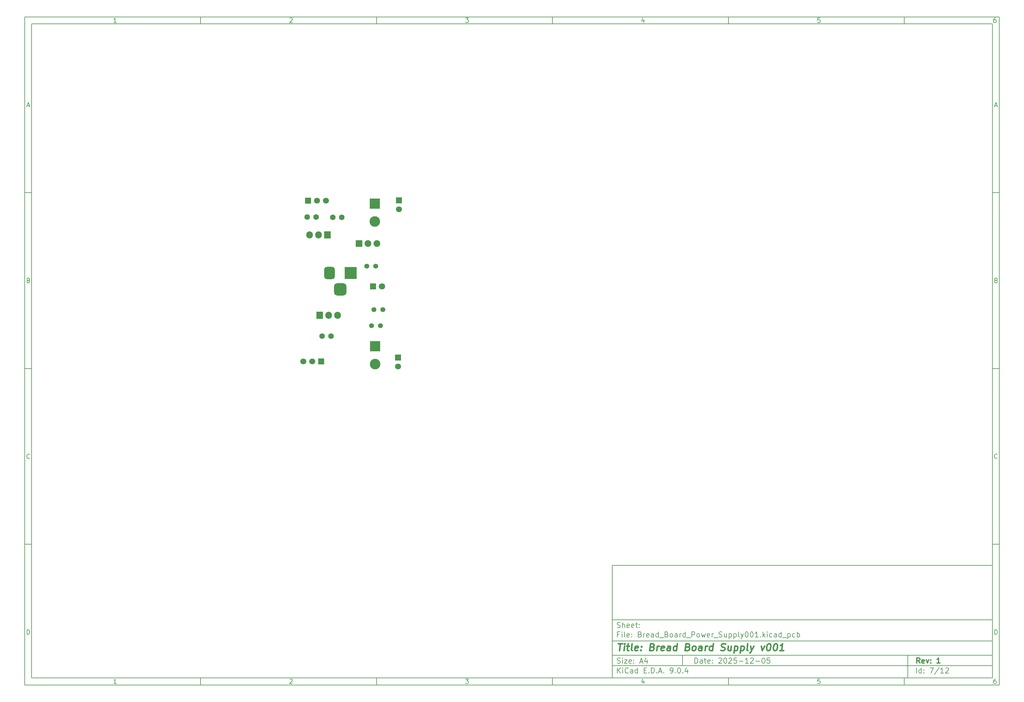
<source format=gbr>
%TF.GenerationSoftware,KiCad,Pcbnew,9.0.4*%
%TF.CreationDate,2025-12-05T21:51:26+03:30*%
%TF.ProjectId,Bread_Board_Power_Supply001,42726561-645f-4426-9f61-72645f506f77,1*%
%TF.SameCoordinates,Original*%
%TF.FileFunction,Soldermask,Top*%
%TF.FilePolarity,Negative*%
%FSLAX46Y46*%
G04 Gerber Fmt 4.6, Leading zero omitted, Abs format (unit mm)*
G04 Created by KiCad (PCBNEW 9.0.4) date 2025-12-05 21:51:26*
%MOMM*%
%LPD*%
G01*
G04 APERTURE LIST*
G04 Aperture macros list*
%AMRoundRect*
0 Rectangle with rounded corners*
0 $1 Rounding radius*
0 $2 $3 $4 $5 $6 $7 $8 $9 X,Y pos of 4 corners*
0 Add a 4 corners polygon primitive as box body*
4,1,4,$2,$3,$4,$5,$6,$7,$8,$9,$2,$3,0*
0 Add four circle primitives for the rounded corners*
1,1,$1+$1,$2,$3*
1,1,$1+$1,$4,$5*
1,1,$1+$1,$6,$7*
1,1,$1+$1,$8,$9*
0 Add four rect primitives between the rounded corners*
20,1,$1+$1,$2,$3,$4,$5,0*
20,1,$1+$1,$4,$5,$6,$7,0*
20,1,$1+$1,$6,$7,$8,$9,0*
20,1,$1+$1,$8,$9,$2,$3,0*%
G04 Aperture macros list end*
%ADD10C,0.100000*%
%ADD11C,0.150000*%
%ADD12C,0.300000*%
%ADD13C,0.400000*%
%ADD14C,1.400000*%
%ADD15R,1.700000X1.700000*%
%ADD16C,1.700000*%
%ADD17R,3.000000X3.000000*%
%ADD18C,3.000000*%
%ADD19R,1.905000X2.000000*%
%ADD20O,1.905000X2.000000*%
%ADD21R,3.500000X3.500000*%
%ADD22RoundRect,0.750000X-0.750000X-1.000000X0.750000X-1.000000X0.750000X1.000000X-0.750000X1.000000X0*%
%ADD23RoundRect,0.875000X-0.875000X-0.875000X0.875000X-0.875000X0.875000X0.875000X-0.875000X0.875000X0*%
%ADD24C,1.600000*%
%ADD25R,1.900000X1.900000*%
%ADD26C,1.900000*%
%ADD27R,1.800000X1.800000*%
%ADD28C,1.800000*%
G04 APERTURE END LIST*
D10*
D11*
X177002200Y-166007200D02*
X285002200Y-166007200D01*
X285002200Y-198007200D01*
X177002200Y-198007200D01*
X177002200Y-166007200D01*
D10*
D11*
X10000000Y-10000000D02*
X287002200Y-10000000D01*
X287002200Y-200007200D01*
X10000000Y-200007200D01*
X10000000Y-10000000D01*
D10*
D11*
X12000000Y-12000000D02*
X285002200Y-12000000D01*
X285002200Y-198007200D01*
X12000000Y-198007200D01*
X12000000Y-12000000D01*
D10*
D11*
X60000000Y-12000000D02*
X60000000Y-10000000D01*
D10*
D11*
X110000000Y-12000000D02*
X110000000Y-10000000D01*
D10*
D11*
X160000000Y-12000000D02*
X160000000Y-10000000D01*
D10*
D11*
X210000000Y-12000000D02*
X210000000Y-10000000D01*
D10*
D11*
X260000000Y-12000000D02*
X260000000Y-10000000D01*
D10*
D11*
X36089160Y-11593604D02*
X35346303Y-11593604D01*
X35717731Y-11593604D02*
X35717731Y-10293604D01*
X35717731Y-10293604D02*
X35593922Y-10479319D01*
X35593922Y-10479319D02*
X35470112Y-10603128D01*
X35470112Y-10603128D02*
X35346303Y-10665033D01*
D10*
D11*
X85346303Y-10417414D02*
X85408207Y-10355509D01*
X85408207Y-10355509D02*
X85532017Y-10293604D01*
X85532017Y-10293604D02*
X85841541Y-10293604D01*
X85841541Y-10293604D02*
X85965350Y-10355509D01*
X85965350Y-10355509D02*
X86027255Y-10417414D01*
X86027255Y-10417414D02*
X86089160Y-10541223D01*
X86089160Y-10541223D02*
X86089160Y-10665033D01*
X86089160Y-10665033D02*
X86027255Y-10850747D01*
X86027255Y-10850747D02*
X85284398Y-11593604D01*
X85284398Y-11593604D02*
X86089160Y-11593604D01*
D10*
D11*
X135284398Y-10293604D02*
X136089160Y-10293604D01*
X136089160Y-10293604D02*
X135655826Y-10788842D01*
X135655826Y-10788842D02*
X135841541Y-10788842D01*
X135841541Y-10788842D02*
X135965350Y-10850747D01*
X135965350Y-10850747D02*
X136027255Y-10912652D01*
X136027255Y-10912652D02*
X136089160Y-11036461D01*
X136089160Y-11036461D02*
X136089160Y-11345985D01*
X136089160Y-11345985D02*
X136027255Y-11469795D01*
X136027255Y-11469795D02*
X135965350Y-11531700D01*
X135965350Y-11531700D02*
X135841541Y-11593604D01*
X135841541Y-11593604D02*
X135470112Y-11593604D01*
X135470112Y-11593604D02*
X135346303Y-11531700D01*
X135346303Y-11531700D02*
X135284398Y-11469795D01*
D10*
D11*
X185965350Y-10726938D02*
X185965350Y-11593604D01*
X185655826Y-10231700D02*
X185346303Y-11160271D01*
X185346303Y-11160271D02*
X186151064Y-11160271D01*
D10*
D11*
X236027255Y-10293604D02*
X235408207Y-10293604D01*
X235408207Y-10293604D02*
X235346303Y-10912652D01*
X235346303Y-10912652D02*
X235408207Y-10850747D01*
X235408207Y-10850747D02*
X235532017Y-10788842D01*
X235532017Y-10788842D02*
X235841541Y-10788842D01*
X235841541Y-10788842D02*
X235965350Y-10850747D01*
X235965350Y-10850747D02*
X236027255Y-10912652D01*
X236027255Y-10912652D02*
X236089160Y-11036461D01*
X236089160Y-11036461D02*
X236089160Y-11345985D01*
X236089160Y-11345985D02*
X236027255Y-11469795D01*
X236027255Y-11469795D02*
X235965350Y-11531700D01*
X235965350Y-11531700D02*
X235841541Y-11593604D01*
X235841541Y-11593604D02*
X235532017Y-11593604D01*
X235532017Y-11593604D02*
X235408207Y-11531700D01*
X235408207Y-11531700D02*
X235346303Y-11469795D01*
D10*
D11*
X285965350Y-10293604D02*
X285717731Y-10293604D01*
X285717731Y-10293604D02*
X285593922Y-10355509D01*
X285593922Y-10355509D02*
X285532017Y-10417414D01*
X285532017Y-10417414D02*
X285408207Y-10603128D01*
X285408207Y-10603128D02*
X285346303Y-10850747D01*
X285346303Y-10850747D02*
X285346303Y-11345985D01*
X285346303Y-11345985D02*
X285408207Y-11469795D01*
X285408207Y-11469795D02*
X285470112Y-11531700D01*
X285470112Y-11531700D02*
X285593922Y-11593604D01*
X285593922Y-11593604D02*
X285841541Y-11593604D01*
X285841541Y-11593604D02*
X285965350Y-11531700D01*
X285965350Y-11531700D02*
X286027255Y-11469795D01*
X286027255Y-11469795D02*
X286089160Y-11345985D01*
X286089160Y-11345985D02*
X286089160Y-11036461D01*
X286089160Y-11036461D02*
X286027255Y-10912652D01*
X286027255Y-10912652D02*
X285965350Y-10850747D01*
X285965350Y-10850747D02*
X285841541Y-10788842D01*
X285841541Y-10788842D02*
X285593922Y-10788842D01*
X285593922Y-10788842D02*
X285470112Y-10850747D01*
X285470112Y-10850747D02*
X285408207Y-10912652D01*
X285408207Y-10912652D02*
X285346303Y-11036461D01*
D10*
D11*
X60000000Y-198007200D02*
X60000000Y-200007200D01*
D10*
D11*
X110000000Y-198007200D02*
X110000000Y-200007200D01*
D10*
D11*
X160000000Y-198007200D02*
X160000000Y-200007200D01*
D10*
D11*
X210000000Y-198007200D02*
X210000000Y-200007200D01*
D10*
D11*
X260000000Y-198007200D02*
X260000000Y-200007200D01*
D10*
D11*
X36089160Y-199600804D02*
X35346303Y-199600804D01*
X35717731Y-199600804D02*
X35717731Y-198300804D01*
X35717731Y-198300804D02*
X35593922Y-198486519D01*
X35593922Y-198486519D02*
X35470112Y-198610328D01*
X35470112Y-198610328D02*
X35346303Y-198672233D01*
D10*
D11*
X85346303Y-198424614D02*
X85408207Y-198362709D01*
X85408207Y-198362709D02*
X85532017Y-198300804D01*
X85532017Y-198300804D02*
X85841541Y-198300804D01*
X85841541Y-198300804D02*
X85965350Y-198362709D01*
X85965350Y-198362709D02*
X86027255Y-198424614D01*
X86027255Y-198424614D02*
X86089160Y-198548423D01*
X86089160Y-198548423D02*
X86089160Y-198672233D01*
X86089160Y-198672233D02*
X86027255Y-198857947D01*
X86027255Y-198857947D02*
X85284398Y-199600804D01*
X85284398Y-199600804D02*
X86089160Y-199600804D01*
D10*
D11*
X135284398Y-198300804D02*
X136089160Y-198300804D01*
X136089160Y-198300804D02*
X135655826Y-198796042D01*
X135655826Y-198796042D02*
X135841541Y-198796042D01*
X135841541Y-198796042D02*
X135965350Y-198857947D01*
X135965350Y-198857947D02*
X136027255Y-198919852D01*
X136027255Y-198919852D02*
X136089160Y-199043661D01*
X136089160Y-199043661D02*
X136089160Y-199353185D01*
X136089160Y-199353185D02*
X136027255Y-199476995D01*
X136027255Y-199476995D02*
X135965350Y-199538900D01*
X135965350Y-199538900D02*
X135841541Y-199600804D01*
X135841541Y-199600804D02*
X135470112Y-199600804D01*
X135470112Y-199600804D02*
X135346303Y-199538900D01*
X135346303Y-199538900D02*
X135284398Y-199476995D01*
D10*
D11*
X185965350Y-198734138D02*
X185965350Y-199600804D01*
X185655826Y-198238900D02*
X185346303Y-199167471D01*
X185346303Y-199167471D02*
X186151064Y-199167471D01*
D10*
D11*
X236027255Y-198300804D02*
X235408207Y-198300804D01*
X235408207Y-198300804D02*
X235346303Y-198919852D01*
X235346303Y-198919852D02*
X235408207Y-198857947D01*
X235408207Y-198857947D02*
X235532017Y-198796042D01*
X235532017Y-198796042D02*
X235841541Y-198796042D01*
X235841541Y-198796042D02*
X235965350Y-198857947D01*
X235965350Y-198857947D02*
X236027255Y-198919852D01*
X236027255Y-198919852D02*
X236089160Y-199043661D01*
X236089160Y-199043661D02*
X236089160Y-199353185D01*
X236089160Y-199353185D02*
X236027255Y-199476995D01*
X236027255Y-199476995D02*
X235965350Y-199538900D01*
X235965350Y-199538900D02*
X235841541Y-199600804D01*
X235841541Y-199600804D02*
X235532017Y-199600804D01*
X235532017Y-199600804D02*
X235408207Y-199538900D01*
X235408207Y-199538900D02*
X235346303Y-199476995D01*
D10*
D11*
X285965350Y-198300804D02*
X285717731Y-198300804D01*
X285717731Y-198300804D02*
X285593922Y-198362709D01*
X285593922Y-198362709D02*
X285532017Y-198424614D01*
X285532017Y-198424614D02*
X285408207Y-198610328D01*
X285408207Y-198610328D02*
X285346303Y-198857947D01*
X285346303Y-198857947D02*
X285346303Y-199353185D01*
X285346303Y-199353185D02*
X285408207Y-199476995D01*
X285408207Y-199476995D02*
X285470112Y-199538900D01*
X285470112Y-199538900D02*
X285593922Y-199600804D01*
X285593922Y-199600804D02*
X285841541Y-199600804D01*
X285841541Y-199600804D02*
X285965350Y-199538900D01*
X285965350Y-199538900D02*
X286027255Y-199476995D01*
X286027255Y-199476995D02*
X286089160Y-199353185D01*
X286089160Y-199353185D02*
X286089160Y-199043661D01*
X286089160Y-199043661D02*
X286027255Y-198919852D01*
X286027255Y-198919852D02*
X285965350Y-198857947D01*
X285965350Y-198857947D02*
X285841541Y-198796042D01*
X285841541Y-198796042D02*
X285593922Y-198796042D01*
X285593922Y-198796042D02*
X285470112Y-198857947D01*
X285470112Y-198857947D02*
X285408207Y-198919852D01*
X285408207Y-198919852D02*
X285346303Y-199043661D01*
D10*
D11*
X10000000Y-60000000D02*
X12000000Y-60000000D01*
D10*
D11*
X10000000Y-110000000D02*
X12000000Y-110000000D01*
D10*
D11*
X10000000Y-160000000D02*
X12000000Y-160000000D01*
D10*
D11*
X10690476Y-35222176D02*
X11309523Y-35222176D01*
X10566666Y-35593604D02*
X10999999Y-34293604D01*
X10999999Y-34293604D02*
X11433333Y-35593604D01*
D10*
D11*
X11092857Y-84912652D02*
X11278571Y-84974557D01*
X11278571Y-84974557D02*
X11340476Y-85036461D01*
X11340476Y-85036461D02*
X11402380Y-85160271D01*
X11402380Y-85160271D02*
X11402380Y-85345985D01*
X11402380Y-85345985D02*
X11340476Y-85469795D01*
X11340476Y-85469795D02*
X11278571Y-85531700D01*
X11278571Y-85531700D02*
X11154761Y-85593604D01*
X11154761Y-85593604D02*
X10659523Y-85593604D01*
X10659523Y-85593604D02*
X10659523Y-84293604D01*
X10659523Y-84293604D02*
X11092857Y-84293604D01*
X11092857Y-84293604D02*
X11216666Y-84355509D01*
X11216666Y-84355509D02*
X11278571Y-84417414D01*
X11278571Y-84417414D02*
X11340476Y-84541223D01*
X11340476Y-84541223D02*
X11340476Y-84665033D01*
X11340476Y-84665033D02*
X11278571Y-84788842D01*
X11278571Y-84788842D02*
X11216666Y-84850747D01*
X11216666Y-84850747D02*
X11092857Y-84912652D01*
X11092857Y-84912652D02*
X10659523Y-84912652D01*
D10*
D11*
X11402380Y-135469795D02*
X11340476Y-135531700D01*
X11340476Y-135531700D02*
X11154761Y-135593604D01*
X11154761Y-135593604D02*
X11030952Y-135593604D01*
X11030952Y-135593604D02*
X10845238Y-135531700D01*
X10845238Y-135531700D02*
X10721428Y-135407890D01*
X10721428Y-135407890D02*
X10659523Y-135284080D01*
X10659523Y-135284080D02*
X10597619Y-135036461D01*
X10597619Y-135036461D02*
X10597619Y-134850747D01*
X10597619Y-134850747D02*
X10659523Y-134603128D01*
X10659523Y-134603128D02*
X10721428Y-134479319D01*
X10721428Y-134479319D02*
X10845238Y-134355509D01*
X10845238Y-134355509D02*
X11030952Y-134293604D01*
X11030952Y-134293604D02*
X11154761Y-134293604D01*
X11154761Y-134293604D02*
X11340476Y-134355509D01*
X11340476Y-134355509D02*
X11402380Y-134417414D01*
D10*
D11*
X10659523Y-185593604D02*
X10659523Y-184293604D01*
X10659523Y-184293604D02*
X10969047Y-184293604D01*
X10969047Y-184293604D02*
X11154761Y-184355509D01*
X11154761Y-184355509D02*
X11278571Y-184479319D01*
X11278571Y-184479319D02*
X11340476Y-184603128D01*
X11340476Y-184603128D02*
X11402380Y-184850747D01*
X11402380Y-184850747D02*
X11402380Y-185036461D01*
X11402380Y-185036461D02*
X11340476Y-185284080D01*
X11340476Y-185284080D02*
X11278571Y-185407890D01*
X11278571Y-185407890D02*
X11154761Y-185531700D01*
X11154761Y-185531700D02*
X10969047Y-185593604D01*
X10969047Y-185593604D02*
X10659523Y-185593604D01*
D10*
D11*
X287002200Y-60000000D02*
X285002200Y-60000000D01*
D10*
D11*
X287002200Y-110000000D02*
X285002200Y-110000000D01*
D10*
D11*
X287002200Y-160000000D02*
X285002200Y-160000000D01*
D10*
D11*
X285692676Y-35222176D02*
X286311723Y-35222176D01*
X285568866Y-35593604D02*
X286002199Y-34293604D01*
X286002199Y-34293604D02*
X286435533Y-35593604D01*
D10*
D11*
X286095057Y-84912652D02*
X286280771Y-84974557D01*
X286280771Y-84974557D02*
X286342676Y-85036461D01*
X286342676Y-85036461D02*
X286404580Y-85160271D01*
X286404580Y-85160271D02*
X286404580Y-85345985D01*
X286404580Y-85345985D02*
X286342676Y-85469795D01*
X286342676Y-85469795D02*
X286280771Y-85531700D01*
X286280771Y-85531700D02*
X286156961Y-85593604D01*
X286156961Y-85593604D02*
X285661723Y-85593604D01*
X285661723Y-85593604D02*
X285661723Y-84293604D01*
X285661723Y-84293604D02*
X286095057Y-84293604D01*
X286095057Y-84293604D02*
X286218866Y-84355509D01*
X286218866Y-84355509D02*
X286280771Y-84417414D01*
X286280771Y-84417414D02*
X286342676Y-84541223D01*
X286342676Y-84541223D02*
X286342676Y-84665033D01*
X286342676Y-84665033D02*
X286280771Y-84788842D01*
X286280771Y-84788842D02*
X286218866Y-84850747D01*
X286218866Y-84850747D02*
X286095057Y-84912652D01*
X286095057Y-84912652D02*
X285661723Y-84912652D01*
D10*
D11*
X286404580Y-135469795D02*
X286342676Y-135531700D01*
X286342676Y-135531700D02*
X286156961Y-135593604D01*
X286156961Y-135593604D02*
X286033152Y-135593604D01*
X286033152Y-135593604D02*
X285847438Y-135531700D01*
X285847438Y-135531700D02*
X285723628Y-135407890D01*
X285723628Y-135407890D02*
X285661723Y-135284080D01*
X285661723Y-135284080D02*
X285599819Y-135036461D01*
X285599819Y-135036461D02*
X285599819Y-134850747D01*
X285599819Y-134850747D02*
X285661723Y-134603128D01*
X285661723Y-134603128D02*
X285723628Y-134479319D01*
X285723628Y-134479319D02*
X285847438Y-134355509D01*
X285847438Y-134355509D02*
X286033152Y-134293604D01*
X286033152Y-134293604D02*
X286156961Y-134293604D01*
X286156961Y-134293604D02*
X286342676Y-134355509D01*
X286342676Y-134355509D02*
X286404580Y-134417414D01*
D10*
D11*
X285661723Y-185593604D02*
X285661723Y-184293604D01*
X285661723Y-184293604D02*
X285971247Y-184293604D01*
X285971247Y-184293604D02*
X286156961Y-184355509D01*
X286156961Y-184355509D02*
X286280771Y-184479319D01*
X286280771Y-184479319D02*
X286342676Y-184603128D01*
X286342676Y-184603128D02*
X286404580Y-184850747D01*
X286404580Y-184850747D02*
X286404580Y-185036461D01*
X286404580Y-185036461D02*
X286342676Y-185284080D01*
X286342676Y-185284080D02*
X286280771Y-185407890D01*
X286280771Y-185407890D02*
X286156961Y-185531700D01*
X286156961Y-185531700D02*
X285971247Y-185593604D01*
X285971247Y-185593604D02*
X285661723Y-185593604D01*
D10*
D11*
X200458026Y-193793328D02*
X200458026Y-192293328D01*
X200458026Y-192293328D02*
X200815169Y-192293328D01*
X200815169Y-192293328D02*
X201029455Y-192364757D01*
X201029455Y-192364757D02*
X201172312Y-192507614D01*
X201172312Y-192507614D02*
X201243741Y-192650471D01*
X201243741Y-192650471D02*
X201315169Y-192936185D01*
X201315169Y-192936185D02*
X201315169Y-193150471D01*
X201315169Y-193150471D02*
X201243741Y-193436185D01*
X201243741Y-193436185D02*
X201172312Y-193579042D01*
X201172312Y-193579042D02*
X201029455Y-193721900D01*
X201029455Y-193721900D02*
X200815169Y-193793328D01*
X200815169Y-193793328D02*
X200458026Y-193793328D01*
X202600884Y-193793328D02*
X202600884Y-193007614D01*
X202600884Y-193007614D02*
X202529455Y-192864757D01*
X202529455Y-192864757D02*
X202386598Y-192793328D01*
X202386598Y-192793328D02*
X202100884Y-192793328D01*
X202100884Y-192793328D02*
X201958026Y-192864757D01*
X202600884Y-193721900D02*
X202458026Y-193793328D01*
X202458026Y-193793328D02*
X202100884Y-193793328D01*
X202100884Y-193793328D02*
X201958026Y-193721900D01*
X201958026Y-193721900D02*
X201886598Y-193579042D01*
X201886598Y-193579042D02*
X201886598Y-193436185D01*
X201886598Y-193436185D02*
X201958026Y-193293328D01*
X201958026Y-193293328D02*
X202100884Y-193221900D01*
X202100884Y-193221900D02*
X202458026Y-193221900D01*
X202458026Y-193221900D02*
X202600884Y-193150471D01*
X203100884Y-192793328D02*
X203672312Y-192793328D01*
X203315169Y-192293328D02*
X203315169Y-193579042D01*
X203315169Y-193579042D02*
X203386598Y-193721900D01*
X203386598Y-193721900D02*
X203529455Y-193793328D01*
X203529455Y-193793328D02*
X203672312Y-193793328D01*
X204743741Y-193721900D02*
X204600884Y-193793328D01*
X204600884Y-193793328D02*
X204315170Y-193793328D01*
X204315170Y-193793328D02*
X204172312Y-193721900D01*
X204172312Y-193721900D02*
X204100884Y-193579042D01*
X204100884Y-193579042D02*
X204100884Y-193007614D01*
X204100884Y-193007614D02*
X204172312Y-192864757D01*
X204172312Y-192864757D02*
X204315170Y-192793328D01*
X204315170Y-192793328D02*
X204600884Y-192793328D01*
X204600884Y-192793328D02*
X204743741Y-192864757D01*
X204743741Y-192864757D02*
X204815170Y-193007614D01*
X204815170Y-193007614D02*
X204815170Y-193150471D01*
X204815170Y-193150471D02*
X204100884Y-193293328D01*
X205458026Y-193650471D02*
X205529455Y-193721900D01*
X205529455Y-193721900D02*
X205458026Y-193793328D01*
X205458026Y-193793328D02*
X205386598Y-193721900D01*
X205386598Y-193721900D02*
X205458026Y-193650471D01*
X205458026Y-193650471D02*
X205458026Y-193793328D01*
X205458026Y-192864757D02*
X205529455Y-192936185D01*
X205529455Y-192936185D02*
X205458026Y-193007614D01*
X205458026Y-193007614D02*
X205386598Y-192936185D01*
X205386598Y-192936185D02*
X205458026Y-192864757D01*
X205458026Y-192864757D02*
X205458026Y-193007614D01*
X207243741Y-192436185D02*
X207315169Y-192364757D01*
X207315169Y-192364757D02*
X207458027Y-192293328D01*
X207458027Y-192293328D02*
X207815169Y-192293328D01*
X207815169Y-192293328D02*
X207958027Y-192364757D01*
X207958027Y-192364757D02*
X208029455Y-192436185D01*
X208029455Y-192436185D02*
X208100884Y-192579042D01*
X208100884Y-192579042D02*
X208100884Y-192721900D01*
X208100884Y-192721900D02*
X208029455Y-192936185D01*
X208029455Y-192936185D02*
X207172312Y-193793328D01*
X207172312Y-193793328D02*
X208100884Y-193793328D01*
X209029455Y-192293328D02*
X209172312Y-192293328D01*
X209172312Y-192293328D02*
X209315169Y-192364757D01*
X209315169Y-192364757D02*
X209386598Y-192436185D01*
X209386598Y-192436185D02*
X209458026Y-192579042D01*
X209458026Y-192579042D02*
X209529455Y-192864757D01*
X209529455Y-192864757D02*
X209529455Y-193221900D01*
X209529455Y-193221900D02*
X209458026Y-193507614D01*
X209458026Y-193507614D02*
X209386598Y-193650471D01*
X209386598Y-193650471D02*
X209315169Y-193721900D01*
X209315169Y-193721900D02*
X209172312Y-193793328D01*
X209172312Y-193793328D02*
X209029455Y-193793328D01*
X209029455Y-193793328D02*
X208886598Y-193721900D01*
X208886598Y-193721900D02*
X208815169Y-193650471D01*
X208815169Y-193650471D02*
X208743740Y-193507614D01*
X208743740Y-193507614D02*
X208672312Y-193221900D01*
X208672312Y-193221900D02*
X208672312Y-192864757D01*
X208672312Y-192864757D02*
X208743740Y-192579042D01*
X208743740Y-192579042D02*
X208815169Y-192436185D01*
X208815169Y-192436185D02*
X208886598Y-192364757D01*
X208886598Y-192364757D02*
X209029455Y-192293328D01*
X210100883Y-192436185D02*
X210172311Y-192364757D01*
X210172311Y-192364757D02*
X210315169Y-192293328D01*
X210315169Y-192293328D02*
X210672311Y-192293328D01*
X210672311Y-192293328D02*
X210815169Y-192364757D01*
X210815169Y-192364757D02*
X210886597Y-192436185D01*
X210886597Y-192436185D02*
X210958026Y-192579042D01*
X210958026Y-192579042D02*
X210958026Y-192721900D01*
X210958026Y-192721900D02*
X210886597Y-192936185D01*
X210886597Y-192936185D02*
X210029454Y-193793328D01*
X210029454Y-193793328D02*
X210958026Y-193793328D01*
X212315168Y-192293328D02*
X211600882Y-192293328D01*
X211600882Y-192293328D02*
X211529454Y-193007614D01*
X211529454Y-193007614D02*
X211600882Y-192936185D01*
X211600882Y-192936185D02*
X211743740Y-192864757D01*
X211743740Y-192864757D02*
X212100882Y-192864757D01*
X212100882Y-192864757D02*
X212243740Y-192936185D01*
X212243740Y-192936185D02*
X212315168Y-193007614D01*
X212315168Y-193007614D02*
X212386597Y-193150471D01*
X212386597Y-193150471D02*
X212386597Y-193507614D01*
X212386597Y-193507614D02*
X212315168Y-193650471D01*
X212315168Y-193650471D02*
X212243740Y-193721900D01*
X212243740Y-193721900D02*
X212100882Y-193793328D01*
X212100882Y-193793328D02*
X211743740Y-193793328D01*
X211743740Y-193793328D02*
X211600882Y-193721900D01*
X211600882Y-193721900D02*
X211529454Y-193650471D01*
X213029453Y-193221900D02*
X214172311Y-193221900D01*
X215672311Y-193793328D02*
X214815168Y-193793328D01*
X215243739Y-193793328D02*
X215243739Y-192293328D01*
X215243739Y-192293328D02*
X215100882Y-192507614D01*
X215100882Y-192507614D02*
X214958025Y-192650471D01*
X214958025Y-192650471D02*
X214815168Y-192721900D01*
X216243739Y-192436185D02*
X216315167Y-192364757D01*
X216315167Y-192364757D02*
X216458025Y-192293328D01*
X216458025Y-192293328D02*
X216815167Y-192293328D01*
X216815167Y-192293328D02*
X216958025Y-192364757D01*
X216958025Y-192364757D02*
X217029453Y-192436185D01*
X217029453Y-192436185D02*
X217100882Y-192579042D01*
X217100882Y-192579042D02*
X217100882Y-192721900D01*
X217100882Y-192721900D02*
X217029453Y-192936185D01*
X217029453Y-192936185D02*
X216172310Y-193793328D01*
X216172310Y-193793328D02*
X217100882Y-193793328D01*
X217743738Y-193221900D02*
X218886596Y-193221900D01*
X219886596Y-192293328D02*
X220029453Y-192293328D01*
X220029453Y-192293328D02*
X220172310Y-192364757D01*
X220172310Y-192364757D02*
X220243739Y-192436185D01*
X220243739Y-192436185D02*
X220315167Y-192579042D01*
X220315167Y-192579042D02*
X220386596Y-192864757D01*
X220386596Y-192864757D02*
X220386596Y-193221900D01*
X220386596Y-193221900D02*
X220315167Y-193507614D01*
X220315167Y-193507614D02*
X220243739Y-193650471D01*
X220243739Y-193650471D02*
X220172310Y-193721900D01*
X220172310Y-193721900D02*
X220029453Y-193793328D01*
X220029453Y-193793328D02*
X219886596Y-193793328D01*
X219886596Y-193793328D02*
X219743739Y-193721900D01*
X219743739Y-193721900D02*
X219672310Y-193650471D01*
X219672310Y-193650471D02*
X219600881Y-193507614D01*
X219600881Y-193507614D02*
X219529453Y-193221900D01*
X219529453Y-193221900D02*
X219529453Y-192864757D01*
X219529453Y-192864757D02*
X219600881Y-192579042D01*
X219600881Y-192579042D02*
X219672310Y-192436185D01*
X219672310Y-192436185D02*
X219743739Y-192364757D01*
X219743739Y-192364757D02*
X219886596Y-192293328D01*
X221743738Y-192293328D02*
X221029452Y-192293328D01*
X221029452Y-192293328D02*
X220958024Y-193007614D01*
X220958024Y-193007614D02*
X221029452Y-192936185D01*
X221029452Y-192936185D02*
X221172310Y-192864757D01*
X221172310Y-192864757D02*
X221529452Y-192864757D01*
X221529452Y-192864757D02*
X221672310Y-192936185D01*
X221672310Y-192936185D02*
X221743738Y-193007614D01*
X221743738Y-193007614D02*
X221815167Y-193150471D01*
X221815167Y-193150471D02*
X221815167Y-193507614D01*
X221815167Y-193507614D02*
X221743738Y-193650471D01*
X221743738Y-193650471D02*
X221672310Y-193721900D01*
X221672310Y-193721900D02*
X221529452Y-193793328D01*
X221529452Y-193793328D02*
X221172310Y-193793328D01*
X221172310Y-193793328D02*
X221029452Y-193721900D01*
X221029452Y-193721900D02*
X220958024Y-193650471D01*
D10*
D11*
X177002200Y-194507200D02*
X285002200Y-194507200D01*
D10*
D11*
X178458026Y-196593328D02*
X178458026Y-195093328D01*
X179315169Y-196593328D02*
X178672312Y-195736185D01*
X179315169Y-195093328D02*
X178458026Y-195950471D01*
X179958026Y-196593328D02*
X179958026Y-195593328D01*
X179958026Y-195093328D02*
X179886598Y-195164757D01*
X179886598Y-195164757D02*
X179958026Y-195236185D01*
X179958026Y-195236185D02*
X180029455Y-195164757D01*
X180029455Y-195164757D02*
X179958026Y-195093328D01*
X179958026Y-195093328D02*
X179958026Y-195236185D01*
X181529455Y-196450471D02*
X181458027Y-196521900D01*
X181458027Y-196521900D02*
X181243741Y-196593328D01*
X181243741Y-196593328D02*
X181100884Y-196593328D01*
X181100884Y-196593328D02*
X180886598Y-196521900D01*
X180886598Y-196521900D02*
X180743741Y-196379042D01*
X180743741Y-196379042D02*
X180672312Y-196236185D01*
X180672312Y-196236185D02*
X180600884Y-195950471D01*
X180600884Y-195950471D02*
X180600884Y-195736185D01*
X180600884Y-195736185D02*
X180672312Y-195450471D01*
X180672312Y-195450471D02*
X180743741Y-195307614D01*
X180743741Y-195307614D02*
X180886598Y-195164757D01*
X180886598Y-195164757D02*
X181100884Y-195093328D01*
X181100884Y-195093328D02*
X181243741Y-195093328D01*
X181243741Y-195093328D02*
X181458027Y-195164757D01*
X181458027Y-195164757D02*
X181529455Y-195236185D01*
X182815170Y-196593328D02*
X182815170Y-195807614D01*
X182815170Y-195807614D02*
X182743741Y-195664757D01*
X182743741Y-195664757D02*
X182600884Y-195593328D01*
X182600884Y-195593328D02*
X182315170Y-195593328D01*
X182315170Y-195593328D02*
X182172312Y-195664757D01*
X182815170Y-196521900D02*
X182672312Y-196593328D01*
X182672312Y-196593328D02*
X182315170Y-196593328D01*
X182315170Y-196593328D02*
X182172312Y-196521900D01*
X182172312Y-196521900D02*
X182100884Y-196379042D01*
X182100884Y-196379042D02*
X182100884Y-196236185D01*
X182100884Y-196236185D02*
X182172312Y-196093328D01*
X182172312Y-196093328D02*
X182315170Y-196021900D01*
X182315170Y-196021900D02*
X182672312Y-196021900D01*
X182672312Y-196021900D02*
X182815170Y-195950471D01*
X184172313Y-196593328D02*
X184172313Y-195093328D01*
X184172313Y-196521900D02*
X184029455Y-196593328D01*
X184029455Y-196593328D02*
X183743741Y-196593328D01*
X183743741Y-196593328D02*
X183600884Y-196521900D01*
X183600884Y-196521900D02*
X183529455Y-196450471D01*
X183529455Y-196450471D02*
X183458027Y-196307614D01*
X183458027Y-196307614D02*
X183458027Y-195879042D01*
X183458027Y-195879042D02*
X183529455Y-195736185D01*
X183529455Y-195736185D02*
X183600884Y-195664757D01*
X183600884Y-195664757D02*
X183743741Y-195593328D01*
X183743741Y-195593328D02*
X184029455Y-195593328D01*
X184029455Y-195593328D02*
X184172313Y-195664757D01*
X186029455Y-195807614D02*
X186529455Y-195807614D01*
X186743741Y-196593328D02*
X186029455Y-196593328D01*
X186029455Y-196593328D02*
X186029455Y-195093328D01*
X186029455Y-195093328D02*
X186743741Y-195093328D01*
X187386598Y-196450471D02*
X187458027Y-196521900D01*
X187458027Y-196521900D02*
X187386598Y-196593328D01*
X187386598Y-196593328D02*
X187315170Y-196521900D01*
X187315170Y-196521900D02*
X187386598Y-196450471D01*
X187386598Y-196450471D02*
X187386598Y-196593328D01*
X188100884Y-196593328D02*
X188100884Y-195093328D01*
X188100884Y-195093328D02*
X188458027Y-195093328D01*
X188458027Y-195093328D02*
X188672313Y-195164757D01*
X188672313Y-195164757D02*
X188815170Y-195307614D01*
X188815170Y-195307614D02*
X188886599Y-195450471D01*
X188886599Y-195450471D02*
X188958027Y-195736185D01*
X188958027Y-195736185D02*
X188958027Y-195950471D01*
X188958027Y-195950471D02*
X188886599Y-196236185D01*
X188886599Y-196236185D02*
X188815170Y-196379042D01*
X188815170Y-196379042D02*
X188672313Y-196521900D01*
X188672313Y-196521900D02*
X188458027Y-196593328D01*
X188458027Y-196593328D02*
X188100884Y-196593328D01*
X189600884Y-196450471D02*
X189672313Y-196521900D01*
X189672313Y-196521900D02*
X189600884Y-196593328D01*
X189600884Y-196593328D02*
X189529456Y-196521900D01*
X189529456Y-196521900D02*
X189600884Y-196450471D01*
X189600884Y-196450471D02*
X189600884Y-196593328D01*
X190243742Y-196164757D02*
X190958028Y-196164757D01*
X190100885Y-196593328D02*
X190600885Y-195093328D01*
X190600885Y-195093328D02*
X191100885Y-196593328D01*
X191600884Y-196450471D02*
X191672313Y-196521900D01*
X191672313Y-196521900D02*
X191600884Y-196593328D01*
X191600884Y-196593328D02*
X191529456Y-196521900D01*
X191529456Y-196521900D02*
X191600884Y-196450471D01*
X191600884Y-196450471D02*
X191600884Y-196593328D01*
X193529456Y-196593328D02*
X193815170Y-196593328D01*
X193815170Y-196593328D02*
X193958027Y-196521900D01*
X193958027Y-196521900D02*
X194029456Y-196450471D01*
X194029456Y-196450471D02*
X194172313Y-196236185D01*
X194172313Y-196236185D02*
X194243742Y-195950471D01*
X194243742Y-195950471D02*
X194243742Y-195379042D01*
X194243742Y-195379042D02*
X194172313Y-195236185D01*
X194172313Y-195236185D02*
X194100885Y-195164757D01*
X194100885Y-195164757D02*
X193958027Y-195093328D01*
X193958027Y-195093328D02*
X193672313Y-195093328D01*
X193672313Y-195093328D02*
X193529456Y-195164757D01*
X193529456Y-195164757D02*
X193458027Y-195236185D01*
X193458027Y-195236185D02*
X193386599Y-195379042D01*
X193386599Y-195379042D02*
X193386599Y-195736185D01*
X193386599Y-195736185D02*
X193458027Y-195879042D01*
X193458027Y-195879042D02*
X193529456Y-195950471D01*
X193529456Y-195950471D02*
X193672313Y-196021900D01*
X193672313Y-196021900D02*
X193958027Y-196021900D01*
X193958027Y-196021900D02*
X194100885Y-195950471D01*
X194100885Y-195950471D02*
X194172313Y-195879042D01*
X194172313Y-195879042D02*
X194243742Y-195736185D01*
X194886598Y-196450471D02*
X194958027Y-196521900D01*
X194958027Y-196521900D02*
X194886598Y-196593328D01*
X194886598Y-196593328D02*
X194815170Y-196521900D01*
X194815170Y-196521900D02*
X194886598Y-196450471D01*
X194886598Y-196450471D02*
X194886598Y-196593328D01*
X195886599Y-195093328D02*
X196029456Y-195093328D01*
X196029456Y-195093328D02*
X196172313Y-195164757D01*
X196172313Y-195164757D02*
X196243742Y-195236185D01*
X196243742Y-195236185D02*
X196315170Y-195379042D01*
X196315170Y-195379042D02*
X196386599Y-195664757D01*
X196386599Y-195664757D02*
X196386599Y-196021900D01*
X196386599Y-196021900D02*
X196315170Y-196307614D01*
X196315170Y-196307614D02*
X196243742Y-196450471D01*
X196243742Y-196450471D02*
X196172313Y-196521900D01*
X196172313Y-196521900D02*
X196029456Y-196593328D01*
X196029456Y-196593328D02*
X195886599Y-196593328D01*
X195886599Y-196593328D02*
X195743742Y-196521900D01*
X195743742Y-196521900D02*
X195672313Y-196450471D01*
X195672313Y-196450471D02*
X195600884Y-196307614D01*
X195600884Y-196307614D02*
X195529456Y-196021900D01*
X195529456Y-196021900D02*
X195529456Y-195664757D01*
X195529456Y-195664757D02*
X195600884Y-195379042D01*
X195600884Y-195379042D02*
X195672313Y-195236185D01*
X195672313Y-195236185D02*
X195743742Y-195164757D01*
X195743742Y-195164757D02*
X195886599Y-195093328D01*
X197029455Y-196450471D02*
X197100884Y-196521900D01*
X197100884Y-196521900D02*
X197029455Y-196593328D01*
X197029455Y-196593328D02*
X196958027Y-196521900D01*
X196958027Y-196521900D02*
X197029455Y-196450471D01*
X197029455Y-196450471D02*
X197029455Y-196593328D01*
X198386599Y-195593328D02*
X198386599Y-196593328D01*
X198029456Y-195021900D02*
X197672313Y-196093328D01*
X197672313Y-196093328D02*
X198600884Y-196093328D01*
D10*
D11*
X177002200Y-191507200D02*
X285002200Y-191507200D01*
D10*
D12*
X264413853Y-193785528D02*
X263913853Y-193071242D01*
X263556710Y-193785528D02*
X263556710Y-192285528D01*
X263556710Y-192285528D02*
X264128139Y-192285528D01*
X264128139Y-192285528D02*
X264270996Y-192356957D01*
X264270996Y-192356957D02*
X264342425Y-192428385D01*
X264342425Y-192428385D02*
X264413853Y-192571242D01*
X264413853Y-192571242D02*
X264413853Y-192785528D01*
X264413853Y-192785528D02*
X264342425Y-192928385D01*
X264342425Y-192928385D02*
X264270996Y-192999814D01*
X264270996Y-192999814D02*
X264128139Y-193071242D01*
X264128139Y-193071242D02*
X263556710Y-193071242D01*
X265628139Y-193714100D02*
X265485282Y-193785528D01*
X265485282Y-193785528D02*
X265199568Y-193785528D01*
X265199568Y-193785528D02*
X265056710Y-193714100D01*
X265056710Y-193714100D02*
X264985282Y-193571242D01*
X264985282Y-193571242D02*
X264985282Y-192999814D01*
X264985282Y-192999814D02*
X265056710Y-192856957D01*
X265056710Y-192856957D02*
X265199568Y-192785528D01*
X265199568Y-192785528D02*
X265485282Y-192785528D01*
X265485282Y-192785528D02*
X265628139Y-192856957D01*
X265628139Y-192856957D02*
X265699568Y-192999814D01*
X265699568Y-192999814D02*
X265699568Y-193142671D01*
X265699568Y-193142671D02*
X264985282Y-193285528D01*
X266199567Y-192785528D02*
X266556710Y-193785528D01*
X266556710Y-193785528D02*
X266913853Y-192785528D01*
X267485281Y-193642671D02*
X267556710Y-193714100D01*
X267556710Y-193714100D02*
X267485281Y-193785528D01*
X267485281Y-193785528D02*
X267413853Y-193714100D01*
X267413853Y-193714100D02*
X267485281Y-193642671D01*
X267485281Y-193642671D02*
X267485281Y-193785528D01*
X267485281Y-192856957D02*
X267556710Y-192928385D01*
X267556710Y-192928385D02*
X267485281Y-192999814D01*
X267485281Y-192999814D02*
X267413853Y-192928385D01*
X267413853Y-192928385D02*
X267485281Y-192856957D01*
X267485281Y-192856957D02*
X267485281Y-192999814D01*
X270128139Y-193785528D02*
X269270996Y-193785528D01*
X269699567Y-193785528D02*
X269699567Y-192285528D01*
X269699567Y-192285528D02*
X269556710Y-192499814D01*
X269556710Y-192499814D02*
X269413853Y-192642671D01*
X269413853Y-192642671D02*
X269270996Y-192714100D01*
D10*
D11*
X178386598Y-193721900D02*
X178600884Y-193793328D01*
X178600884Y-193793328D02*
X178958026Y-193793328D01*
X178958026Y-193793328D02*
X179100884Y-193721900D01*
X179100884Y-193721900D02*
X179172312Y-193650471D01*
X179172312Y-193650471D02*
X179243741Y-193507614D01*
X179243741Y-193507614D02*
X179243741Y-193364757D01*
X179243741Y-193364757D02*
X179172312Y-193221900D01*
X179172312Y-193221900D02*
X179100884Y-193150471D01*
X179100884Y-193150471D02*
X178958026Y-193079042D01*
X178958026Y-193079042D02*
X178672312Y-193007614D01*
X178672312Y-193007614D02*
X178529455Y-192936185D01*
X178529455Y-192936185D02*
X178458026Y-192864757D01*
X178458026Y-192864757D02*
X178386598Y-192721900D01*
X178386598Y-192721900D02*
X178386598Y-192579042D01*
X178386598Y-192579042D02*
X178458026Y-192436185D01*
X178458026Y-192436185D02*
X178529455Y-192364757D01*
X178529455Y-192364757D02*
X178672312Y-192293328D01*
X178672312Y-192293328D02*
X179029455Y-192293328D01*
X179029455Y-192293328D02*
X179243741Y-192364757D01*
X179886597Y-193793328D02*
X179886597Y-192793328D01*
X179886597Y-192293328D02*
X179815169Y-192364757D01*
X179815169Y-192364757D02*
X179886597Y-192436185D01*
X179886597Y-192436185D02*
X179958026Y-192364757D01*
X179958026Y-192364757D02*
X179886597Y-192293328D01*
X179886597Y-192293328D02*
X179886597Y-192436185D01*
X180458026Y-192793328D02*
X181243741Y-192793328D01*
X181243741Y-192793328D02*
X180458026Y-193793328D01*
X180458026Y-193793328D02*
X181243741Y-193793328D01*
X182386598Y-193721900D02*
X182243741Y-193793328D01*
X182243741Y-193793328D02*
X181958027Y-193793328D01*
X181958027Y-193793328D02*
X181815169Y-193721900D01*
X181815169Y-193721900D02*
X181743741Y-193579042D01*
X181743741Y-193579042D02*
X181743741Y-193007614D01*
X181743741Y-193007614D02*
X181815169Y-192864757D01*
X181815169Y-192864757D02*
X181958027Y-192793328D01*
X181958027Y-192793328D02*
X182243741Y-192793328D01*
X182243741Y-192793328D02*
X182386598Y-192864757D01*
X182386598Y-192864757D02*
X182458027Y-193007614D01*
X182458027Y-193007614D02*
X182458027Y-193150471D01*
X182458027Y-193150471D02*
X181743741Y-193293328D01*
X183100883Y-193650471D02*
X183172312Y-193721900D01*
X183172312Y-193721900D02*
X183100883Y-193793328D01*
X183100883Y-193793328D02*
X183029455Y-193721900D01*
X183029455Y-193721900D02*
X183100883Y-193650471D01*
X183100883Y-193650471D02*
X183100883Y-193793328D01*
X183100883Y-192864757D02*
X183172312Y-192936185D01*
X183172312Y-192936185D02*
X183100883Y-193007614D01*
X183100883Y-193007614D02*
X183029455Y-192936185D01*
X183029455Y-192936185D02*
X183100883Y-192864757D01*
X183100883Y-192864757D02*
X183100883Y-193007614D01*
X184886598Y-193364757D02*
X185600884Y-193364757D01*
X184743741Y-193793328D02*
X185243741Y-192293328D01*
X185243741Y-192293328D02*
X185743741Y-193793328D01*
X186886598Y-192793328D02*
X186886598Y-193793328D01*
X186529455Y-192221900D02*
X186172312Y-193293328D01*
X186172312Y-193293328D02*
X187100883Y-193293328D01*
D10*
D11*
X263458026Y-196593328D02*
X263458026Y-195093328D01*
X264815170Y-196593328D02*
X264815170Y-195093328D01*
X264815170Y-196521900D02*
X264672312Y-196593328D01*
X264672312Y-196593328D02*
X264386598Y-196593328D01*
X264386598Y-196593328D02*
X264243741Y-196521900D01*
X264243741Y-196521900D02*
X264172312Y-196450471D01*
X264172312Y-196450471D02*
X264100884Y-196307614D01*
X264100884Y-196307614D02*
X264100884Y-195879042D01*
X264100884Y-195879042D02*
X264172312Y-195736185D01*
X264172312Y-195736185D02*
X264243741Y-195664757D01*
X264243741Y-195664757D02*
X264386598Y-195593328D01*
X264386598Y-195593328D02*
X264672312Y-195593328D01*
X264672312Y-195593328D02*
X264815170Y-195664757D01*
X265529455Y-196450471D02*
X265600884Y-196521900D01*
X265600884Y-196521900D02*
X265529455Y-196593328D01*
X265529455Y-196593328D02*
X265458027Y-196521900D01*
X265458027Y-196521900D02*
X265529455Y-196450471D01*
X265529455Y-196450471D02*
X265529455Y-196593328D01*
X265529455Y-195664757D02*
X265600884Y-195736185D01*
X265600884Y-195736185D02*
X265529455Y-195807614D01*
X265529455Y-195807614D02*
X265458027Y-195736185D01*
X265458027Y-195736185D02*
X265529455Y-195664757D01*
X265529455Y-195664757D02*
X265529455Y-195807614D01*
X267243741Y-195093328D02*
X268243741Y-195093328D01*
X268243741Y-195093328D02*
X267600884Y-196593328D01*
X269886598Y-195021900D02*
X268600884Y-196950471D01*
X271172313Y-196593328D02*
X270315170Y-196593328D01*
X270743741Y-196593328D02*
X270743741Y-195093328D01*
X270743741Y-195093328D02*
X270600884Y-195307614D01*
X270600884Y-195307614D02*
X270458027Y-195450471D01*
X270458027Y-195450471D02*
X270315170Y-195521900D01*
X271743741Y-195236185D02*
X271815169Y-195164757D01*
X271815169Y-195164757D02*
X271958027Y-195093328D01*
X271958027Y-195093328D02*
X272315169Y-195093328D01*
X272315169Y-195093328D02*
X272458027Y-195164757D01*
X272458027Y-195164757D02*
X272529455Y-195236185D01*
X272529455Y-195236185D02*
X272600884Y-195379042D01*
X272600884Y-195379042D02*
X272600884Y-195521900D01*
X272600884Y-195521900D02*
X272529455Y-195736185D01*
X272529455Y-195736185D02*
X271672312Y-196593328D01*
X271672312Y-196593328D02*
X272600884Y-196593328D01*
D10*
D11*
X177002200Y-187507200D02*
X285002200Y-187507200D01*
D10*
D13*
X178693928Y-188211638D02*
X179836785Y-188211638D01*
X179015357Y-190211638D02*
X179265357Y-188211638D01*
X180253452Y-190211638D02*
X180420119Y-188878304D01*
X180503452Y-188211638D02*
X180396309Y-188306876D01*
X180396309Y-188306876D02*
X180479643Y-188402114D01*
X180479643Y-188402114D02*
X180586786Y-188306876D01*
X180586786Y-188306876D02*
X180503452Y-188211638D01*
X180503452Y-188211638D02*
X180479643Y-188402114D01*
X181086786Y-188878304D02*
X181848690Y-188878304D01*
X181455833Y-188211638D02*
X181241548Y-189925923D01*
X181241548Y-189925923D02*
X181312976Y-190116400D01*
X181312976Y-190116400D02*
X181491548Y-190211638D01*
X181491548Y-190211638D02*
X181682024Y-190211638D01*
X182634405Y-190211638D02*
X182455833Y-190116400D01*
X182455833Y-190116400D02*
X182384405Y-189925923D01*
X182384405Y-189925923D02*
X182598690Y-188211638D01*
X184170119Y-190116400D02*
X183967738Y-190211638D01*
X183967738Y-190211638D02*
X183586785Y-190211638D01*
X183586785Y-190211638D02*
X183408214Y-190116400D01*
X183408214Y-190116400D02*
X183336785Y-189925923D01*
X183336785Y-189925923D02*
X183432024Y-189164019D01*
X183432024Y-189164019D02*
X183551071Y-188973542D01*
X183551071Y-188973542D02*
X183753452Y-188878304D01*
X183753452Y-188878304D02*
X184134404Y-188878304D01*
X184134404Y-188878304D02*
X184312976Y-188973542D01*
X184312976Y-188973542D02*
X184384404Y-189164019D01*
X184384404Y-189164019D02*
X184360595Y-189354495D01*
X184360595Y-189354495D02*
X183384404Y-189544971D01*
X185134405Y-190021161D02*
X185217738Y-190116400D01*
X185217738Y-190116400D02*
X185110595Y-190211638D01*
X185110595Y-190211638D02*
X185027262Y-190116400D01*
X185027262Y-190116400D02*
X185134405Y-190021161D01*
X185134405Y-190021161D02*
X185110595Y-190211638D01*
X185265357Y-188973542D02*
X185348690Y-189068780D01*
X185348690Y-189068780D02*
X185241548Y-189164019D01*
X185241548Y-189164019D02*
X185158214Y-189068780D01*
X185158214Y-189068780D02*
X185265357Y-188973542D01*
X185265357Y-188973542D02*
X185241548Y-189164019D01*
X188384405Y-189164019D02*
X188658215Y-189259257D01*
X188658215Y-189259257D02*
X188741548Y-189354495D01*
X188741548Y-189354495D02*
X188812977Y-189544971D01*
X188812977Y-189544971D02*
X188777262Y-189830685D01*
X188777262Y-189830685D02*
X188658215Y-190021161D01*
X188658215Y-190021161D02*
X188551072Y-190116400D01*
X188551072Y-190116400D02*
X188348691Y-190211638D01*
X188348691Y-190211638D02*
X187586786Y-190211638D01*
X187586786Y-190211638D02*
X187836786Y-188211638D01*
X187836786Y-188211638D02*
X188503453Y-188211638D01*
X188503453Y-188211638D02*
X188682024Y-188306876D01*
X188682024Y-188306876D02*
X188765358Y-188402114D01*
X188765358Y-188402114D02*
X188836786Y-188592590D01*
X188836786Y-188592590D02*
X188812977Y-188783066D01*
X188812977Y-188783066D02*
X188693929Y-188973542D01*
X188693929Y-188973542D02*
X188586786Y-189068780D01*
X188586786Y-189068780D02*
X188384405Y-189164019D01*
X188384405Y-189164019D02*
X187717739Y-189164019D01*
X189586786Y-190211638D02*
X189753453Y-188878304D01*
X189705834Y-189259257D02*
X189824881Y-189068780D01*
X189824881Y-189068780D02*
X189932024Y-188973542D01*
X189932024Y-188973542D02*
X190134405Y-188878304D01*
X190134405Y-188878304D02*
X190324881Y-188878304D01*
X191598691Y-190116400D02*
X191396310Y-190211638D01*
X191396310Y-190211638D02*
X191015357Y-190211638D01*
X191015357Y-190211638D02*
X190836786Y-190116400D01*
X190836786Y-190116400D02*
X190765357Y-189925923D01*
X190765357Y-189925923D02*
X190860596Y-189164019D01*
X190860596Y-189164019D02*
X190979643Y-188973542D01*
X190979643Y-188973542D02*
X191182024Y-188878304D01*
X191182024Y-188878304D02*
X191562976Y-188878304D01*
X191562976Y-188878304D02*
X191741548Y-188973542D01*
X191741548Y-188973542D02*
X191812976Y-189164019D01*
X191812976Y-189164019D02*
X191789167Y-189354495D01*
X191789167Y-189354495D02*
X190812976Y-189544971D01*
X193396310Y-190211638D02*
X193527262Y-189164019D01*
X193527262Y-189164019D02*
X193455834Y-188973542D01*
X193455834Y-188973542D02*
X193277262Y-188878304D01*
X193277262Y-188878304D02*
X192896310Y-188878304D01*
X192896310Y-188878304D02*
X192693929Y-188973542D01*
X193408215Y-190116400D02*
X193205834Y-190211638D01*
X193205834Y-190211638D02*
X192729643Y-190211638D01*
X192729643Y-190211638D02*
X192551072Y-190116400D01*
X192551072Y-190116400D02*
X192479643Y-189925923D01*
X192479643Y-189925923D02*
X192503453Y-189735447D01*
X192503453Y-189735447D02*
X192622501Y-189544971D01*
X192622501Y-189544971D02*
X192824882Y-189449733D01*
X192824882Y-189449733D02*
X193301072Y-189449733D01*
X193301072Y-189449733D02*
X193503453Y-189354495D01*
X195205834Y-190211638D02*
X195455834Y-188211638D01*
X195217739Y-190116400D02*
X195015358Y-190211638D01*
X195015358Y-190211638D02*
X194634406Y-190211638D01*
X194634406Y-190211638D02*
X194455834Y-190116400D01*
X194455834Y-190116400D02*
X194372501Y-190021161D01*
X194372501Y-190021161D02*
X194301072Y-189830685D01*
X194301072Y-189830685D02*
X194372501Y-189259257D01*
X194372501Y-189259257D02*
X194491548Y-189068780D01*
X194491548Y-189068780D02*
X194598691Y-188973542D01*
X194598691Y-188973542D02*
X194801072Y-188878304D01*
X194801072Y-188878304D02*
X195182025Y-188878304D01*
X195182025Y-188878304D02*
X195360596Y-188973542D01*
X198479644Y-189164019D02*
X198753454Y-189259257D01*
X198753454Y-189259257D02*
X198836787Y-189354495D01*
X198836787Y-189354495D02*
X198908216Y-189544971D01*
X198908216Y-189544971D02*
X198872501Y-189830685D01*
X198872501Y-189830685D02*
X198753454Y-190021161D01*
X198753454Y-190021161D02*
X198646311Y-190116400D01*
X198646311Y-190116400D02*
X198443930Y-190211638D01*
X198443930Y-190211638D02*
X197682025Y-190211638D01*
X197682025Y-190211638D02*
X197932025Y-188211638D01*
X197932025Y-188211638D02*
X198598692Y-188211638D01*
X198598692Y-188211638D02*
X198777263Y-188306876D01*
X198777263Y-188306876D02*
X198860597Y-188402114D01*
X198860597Y-188402114D02*
X198932025Y-188592590D01*
X198932025Y-188592590D02*
X198908216Y-188783066D01*
X198908216Y-188783066D02*
X198789168Y-188973542D01*
X198789168Y-188973542D02*
X198682025Y-189068780D01*
X198682025Y-189068780D02*
X198479644Y-189164019D01*
X198479644Y-189164019D02*
X197812978Y-189164019D01*
X199967740Y-190211638D02*
X199789168Y-190116400D01*
X199789168Y-190116400D02*
X199705835Y-190021161D01*
X199705835Y-190021161D02*
X199634406Y-189830685D01*
X199634406Y-189830685D02*
X199705835Y-189259257D01*
X199705835Y-189259257D02*
X199824882Y-189068780D01*
X199824882Y-189068780D02*
X199932025Y-188973542D01*
X199932025Y-188973542D02*
X200134406Y-188878304D01*
X200134406Y-188878304D02*
X200420120Y-188878304D01*
X200420120Y-188878304D02*
X200598692Y-188973542D01*
X200598692Y-188973542D02*
X200682025Y-189068780D01*
X200682025Y-189068780D02*
X200753454Y-189259257D01*
X200753454Y-189259257D02*
X200682025Y-189830685D01*
X200682025Y-189830685D02*
X200562978Y-190021161D01*
X200562978Y-190021161D02*
X200455835Y-190116400D01*
X200455835Y-190116400D02*
X200253454Y-190211638D01*
X200253454Y-190211638D02*
X199967740Y-190211638D01*
X202348692Y-190211638D02*
X202479644Y-189164019D01*
X202479644Y-189164019D02*
X202408216Y-188973542D01*
X202408216Y-188973542D02*
X202229644Y-188878304D01*
X202229644Y-188878304D02*
X201848692Y-188878304D01*
X201848692Y-188878304D02*
X201646311Y-188973542D01*
X202360597Y-190116400D02*
X202158216Y-190211638D01*
X202158216Y-190211638D02*
X201682025Y-190211638D01*
X201682025Y-190211638D02*
X201503454Y-190116400D01*
X201503454Y-190116400D02*
X201432025Y-189925923D01*
X201432025Y-189925923D02*
X201455835Y-189735447D01*
X201455835Y-189735447D02*
X201574883Y-189544971D01*
X201574883Y-189544971D02*
X201777264Y-189449733D01*
X201777264Y-189449733D02*
X202253454Y-189449733D01*
X202253454Y-189449733D02*
X202455835Y-189354495D01*
X203301073Y-190211638D02*
X203467740Y-188878304D01*
X203420121Y-189259257D02*
X203539168Y-189068780D01*
X203539168Y-189068780D02*
X203646311Y-188973542D01*
X203646311Y-188973542D02*
X203848692Y-188878304D01*
X203848692Y-188878304D02*
X204039168Y-188878304D01*
X205396311Y-190211638D02*
X205646311Y-188211638D01*
X205408216Y-190116400D02*
X205205835Y-190211638D01*
X205205835Y-190211638D02*
X204824883Y-190211638D01*
X204824883Y-190211638D02*
X204646311Y-190116400D01*
X204646311Y-190116400D02*
X204562978Y-190021161D01*
X204562978Y-190021161D02*
X204491549Y-189830685D01*
X204491549Y-189830685D02*
X204562978Y-189259257D01*
X204562978Y-189259257D02*
X204682025Y-189068780D01*
X204682025Y-189068780D02*
X204789168Y-188973542D01*
X204789168Y-188973542D02*
X204991549Y-188878304D01*
X204991549Y-188878304D02*
X205372502Y-188878304D01*
X205372502Y-188878304D02*
X205551073Y-188973542D01*
X207789169Y-190116400D02*
X208062978Y-190211638D01*
X208062978Y-190211638D02*
X208539169Y-190211638D01*
X208539169Y-190211638D02*
X208741550Y-190116400D01*
X208741550Y-190116400D02*
X208848693Y-190021161D01*
X208848693Y-190021161D02*
X208967740Y-189830685D01*
X208967740Y-189830685D02*
X208991550Y-189640209D01*
X208991550Y-189640209D02*
X208920121Y-189449733D01*
X208920121Y-189449733D02*
X208836788Y-189354495D01*
X208836788Y-189354495D02*
X208658217Y-189259257D01*
X208658217Y-189259257D02*
X208289169Y-189164019D01*
X208289169Y-189164019D02*
X208110597Y-189068780D01*
X208110597Y-189068780D02*
X208027264Y-188973542D01*
X208027264Y-188973542D02*
X207955836Y-188783066D01*
X207955836Y-188783066D02*
X207979645Y-188592590D01*
X207979645Y-188592590D02*
X208098693Y-188402114D01*
X208098693Y-188402114D02*
X208205836Y-188306876D01*
X208205836Y-188306876D02*
X208408217Y-188211638D01*
X208408217Y-188211638D02*
X208884407Y-188211638D01*
X208884407Y-188211638D02*
X209158217Y-188306876D01*
X210801074Y-188878304D02*
X210634407Y-190211638D01*
X209943931Y-188878304D02*
X209812979Y-189925923D01*
X209812979Y-189925923D02*
X209884407Y-190116400D01*
X209884407Y-190116400D02*
X210062979Y-190211638D01*
X210062979Y-190211638D02*
X210348693Y-190211638D01*
X210348693Y-190211638D02*
X210551074Y-190116400D01*
X210551074Y-190116400D02*
X210658217Y-190021161D01*
X211753455Y-188878304D02*
X211503455Y-190878304D01*
X211741550Y-188973542D02*
X211943931Y-188878304D01*
X211943931Y-188878304D02*
X212324883Y-188878304D01*
X212324883Y-188878304D02*
X212503455Y-188973542D01*
X212503455Y-188973542D02*
X212586788Y-189068780D01*
X212586788Y-189068780D02*
X212658217Y-189259257D01*
X212658217Y-189259257D02*
X212586788Y-189830685D01*
X212586788Y-189830685D02*
X212467741Y-190021161D01*
X212467741Y-190021161D02*
X212360598Y-190116400D01*
X212360598Y-190116400D02*
X212158217Y-190211638D01*
X212158217Y-190211638D02*
X211777264Y-190211638D01*
X211777264Y-190211638D02*
X211598693Y-190116400D01*
X213562979Y-188878304D02*
X213312979Y-190878304D01*
X213551074Y-188973542D02*
X213753455Y-188878304D01*
X213753455Y-188878304D02*
X214134407Y-188878304D01*
X214134407Y-188878304D02*
X214312979Y-188973542D01*
X214312979Y-188973542D02*
X214396312Y-189068780D01*
X214396312Y-189068780D02*
X214467741Y-189259257D01*
X214467741Y-189259257D02*
X214396312Y-189830685D01*
X214396312Y-189830685D02*
X214277265Y-190021161D01*
X214277265Y-190021161D02*
X214170122Y-190116400D01*
X214170122Y-190116400D02*
X213967741Y-190211638D01*
X213967741Y-190211638D02*
X213586788Y-190211638D01*
X213586788Y-190211638D02*
X213408217Y-190116400D01*
X215491551Y-190211638D02*
X215312979Y-190116400D01*
X215312979Y-190116400D02*
X215241551Y-189925923D01*
X215241551Y-189925923D02*
X215455836Y-188211638D01*
X216229646Y-188878304D02*
X216539170Y-190211638D01*
X217182027Y-188878304D02*
X216539170Y-190211638D01*
X216539170Y-190211638D02*
X216289170Y-190687828D01*
X216289170Y-190687828D02*
X216182027Y-190783066D01*
X216182027Y-190783066D02*
X215979646Y-190878304D01*
X219277266Y-188878304D02*
X219586790Y-190211638D01*
X219586790Y-190211638D02*
X220229647Y-188878304D01*
X221455838Y-188211638D02*
X221646314Y-188211638D01*
X221646314Y-188211638D02*
X221824885Y-188306876D01*
X221824885Y-188306876D02*
X221908219Y-188402114D01*
X221908219Y-188402114D02*
X221979647Y-188592590D01*
X221979647Y-188592590D02*
X222027266Y-188973542D01*
X222027266Y-188973542D02*
X221967742Y-189449733D01*
X221967742Y-189449733D02*
X221824885Y-189830685D01*
X221824885Y-189830685D02*
X221705838Y-190021161D01*
X221705838Y-190021161D02*
X221598695Y-190116400D01*
X221598695Y-190116400D02*
X221396314Y-190211638D01*
X221396314Y-190211638D02*
X221205838Y-190211638D01*
X221205838Y-190211638D02*
X221027266Y-190116400D01*
X221027266Y-190116400D02*
X220943933Y-190021161D01*
X220943933Y-190021161D02*
X220872504Y-189830685D01*
X220872504Y-189830685D02*
X220824885Y-189449733D01*
X220824885Y-189449733D02*
X220884409Y-188973542D01*
X220884409Y-188973542D02*
X221027266Y-188592590D01*
X221027266Y-188592590D02*
X221146314Y-188402114D01*
X221146314Y-188402114D02*
X221253457Y-188306876D01*
X221253457Y-188306876D02*
X221455838Y-188211638D01*
X223360600Y-188211638D02*
X223551076Y-188211638D01*
X223551076Y-188211638D02*
X223729647Y-188306876D01*
X223729647Y-188306876D02*
X223812981Y-188402114D01*
X223812981Y-188402114D02*
X223884409Y-188592590D01*
X223884409Y-188592590D02*
X223932028Y-188973542D01*
X223932028Y-188973542D02*
X223872504Y-189449733D01*
X223872504Y-189449733D02*
X223729647Y-189830685D01*
X223729647Y-189830685D02*
X223610600Y-190021161D01*
X223610600Y-190021161D02*
X223503457Y-190116400D01*
X223503457Y-190116400D02*
X223301076Y-190211638D01*
X223301076Y-190211638D02*
X223110600Y-190211638D01*
X223110600Y-190211638D02*
X222932028Y-190116400D01*
X222932028Y-190116400D02*
X222848695Y-190021161D01*
X222848695Y-190021161D02*
X222777266Y-189830685D01*
X222777266Y-189830685D02*
X222729647Y-189449733D01*
X222729647Y-189449733D02*
X222789171Y-188973542D01*
X222789171Y-188973542D02*
X222932028Y-188592590D01*
X222932028Y-188592590D02*
X223051076Y-188402114D01*
X223051076Y-188402114D02*
X223158219Y-188306876D01*
X223158219Y-188306876D02*
X223360600Y-188211638D01*
X225682028Y-190211638D02*
X224539171Y-190211638D01*
X225110600Y-190211638D02*
X225360600Y-188211638D01*
X225360600Y-188211638D02*
X225134409Y-188497352D01*
X225134409Y-188497352D02*
X224920124Y-188687828D01*
X224920124Y-188687828D02*
X224717743Y-188783066D01*
D10*
D11*
X178958026Y-185607614D02*
X178458026Y-185607614D01*
X178458026Y-186393328D02*
X178458026Y-184893328D01*
X178458026Y-184893328D02*
X179172312Y-184893328D01*
X179743740Y-186393328D02*
X179743740Y-185393328D01*
X179743740Y-184893328D02*
X179672312Y-184964757D01*
X179672312Y-184964757D02*
X179743740Y-185036185D01*
X179743740Y-185036185D02*
X179815169Y-184964757D01*
X179815169Y-184964757D02*
X179743740Y-184893328D01*
X179743740Y-184893328D02*
X179743740Y-185036185D01*
X180672312Y-186393328D02*
X180529455Y-186321900D01*
X180529455Y-186321900D02*
X180458026Y-186179042D01*
X180458026Y-186179042D02*
X180458026Y-184893328D01*
X181815169Y-186321900D02*
X181672312Y-186393328D01*
X181672312Y-186393328D02*
X181386598Y-186393328D01*
X181386598Y-186393328D02*
X181243740Y-186321900D01*
X181243740Y-186321900D02*
X181172312Y-186179042D01*
X181172312Y-186179042D02*
X181172312Y-185607614D01*
X181172312Y-185607614D02*
X181243740Y-185464757D01*
X181243740Y-185464757D02*
X181386598Y-185393328D01*
X181386598Y-185393328D02*
X181672312Y-185393328D01*
X181672312Y-185393328D02*
X181815169Y-185464757D01*
X181815169Y-185464757D02*
X181886598Y-185607614D01*
X181886598Y-185607614D02*
X181886598Y-185750471D01*
X181886598Y-185750471D02*
X181172312Y-185893328D01*
X182529454Y-186250471D02*
X182600883Y-186321900D01*
X182600883Y-186321900D02*
X182529454Y-186393328D01*
X182529454Y-186393328D02*
X182458026Y-186321900D01*
X182458026Y-186321900D02*
X182529454Y-186250471D01*
X182529454Y-186250471D02*
X182529454Y-186393328D01*
X182529454Y-185464757D02*
X182600883Y-185536185D01*
X182600883Y-185536185D02*
X182529454Y-185607614D01*
X182529454Y-185607614D02*
X182458026Y-185536185D01*
X182458026Y-185536185D02*
X182529454Y-185464757D01*
X182529454Y-185464757D02*
X182529454Y-185607614D01*
X184886597Y-185607614D02*
X185100883Y-185679042D01*
X185100883Y-185679042D02*
X185172312Y-185750471D01*
X185172312Y-185750471D02*
X185243740Y-185893328D01*
X185243740Y-185893328D02*
X185243740Y-186107614D01*
X185243740Y-186107614D02*
X185172312Y-186250471D01*
X185172312Y-186250471D02*
X185100883Y-186321900D01*
X185100883Y-186321900D02*
X184958026Y-186393328D01*
X184958026Y-186393328D02*
X184386597Y-186393328D01*
X184386597Y-186393328D02*
X184386597Y-184893328D01*
X184386597Y-184893328D02*
X184886597Y-184893328D01*
X184886597Y-184893328D02*
X185029455Y-184964757D01*
X185029455Y-184964757D02*
X185100883Y-185036185D01*
X185100883Y-185036185D02*
X185172312Y-185179042D01*
X185172312Y-185179042D02*
X185172312Y-185321900D01*
X185172312Y-185321900D02*
X185100883Y-185464757D01*
X185100883Y-185464757D02*
X185029455Y-185536185D01*
X185029455Y-185536185D02*
X184886597Y-185607614D01*
X184886597Y-185607614D02*
X184386597Y-185607614D01*
X185886597Y-186393328D02*
X185886597Y-185393328D01*
X185886597Y-185679042D02*
X185958026Y-185536185D01*
X185958026Y-185536185D02*
X186029455Y-185464757D01*
X186029455Y-185464757D02*
X186172312Y-185393328D01*
X186172312Y-185393328D02*
X186315169Y-185393328D01*
X187386597Y-186321900D02*
X187243740Y-186393328D01*
X187243740Y-186393328D02*
X186958026Y-186393328D01*
X186958026Y-186393328D02*
X186815168Y-186321900D01*
X186815168Y-186321900D02*
X186743740Y-186179042D01*
X186743740Y-186179042D02*
X186743740Y-185607614D01*
X186743740Y-185607614D02*
X186815168Y-185464757D01*
X186815168Y-185464757D02*
X186958026Y-185393328D01*
X186958026Y-185393328D02*
X187243740Y-185393328D01*
X187243740Y-185393328D02*
X187386597Y-185464757D01*
X187386597Y-185464757D02*
X187458026Y-185607614D01*
X187458026Y-185607614D02*
X187458026Y-185750471D01*
X187458026Y-185750471D02*
X186743740Y-185893328D01*
X188743740Y-186393328D02*
X188743740Y-185607614D01*
X188743740Y-185607614D02*
X188672311Y-185464757D01*
X188672311Y-185464757D02*
X188529454Y-185393328D01*
X188529454Y-185393328D02*
X188243740Y-185393328D01*
X188243740Y-185393328D02*
X188100882Y-185464757D01*
X188743740Y-186321900D02*
X188600882Y-186393328D01*
X188600882Y-186393328D02*
X188243740Y-186393328D01*
X188243740Y-186393328D02*
X188100882Y-186321900D01*
X188100882Y-186321900D02*
X188029454Y-186179042D01*
X188029454Y-186179042D02*
X188029454Y-186036185D01*
X188029454Y-186036185D02*
X188100882Y-185893328D01*
X188100882Y-185893328D02*
X188243740Y-185821900D01*
X188243740Y-185821900D02*
X188600882Y-185821900D01*
X188600882Y-185821900D02*
X188743740Y-185750471D01*
X190100883Y-186393328D02*
X190100883Y-184893328D01*
X190100883Y-186321900D02*
X189958025Y-186393328D01*
X189958025Y-186393328D02*
X189672311Y-186393328D01*
X189672311Y-186393328D02*
X189529454Y-186321900D01*
X189529454Y-186321900D02*
X189458025Y-186250471D01*
X189458025Y-186250471D02*
X189386597Y-186107614D01*
X189386597Y-186107614D02*
X189386597Y-185679042D01*
X189386597Y-185679042D02*
X189458025Y-185536185D01*
X189458025Y-185536185D02*
X189529454Y-185464757D01*
X189529454Y-185464757D02*
X189672311Y-185393328D01*
X189672311Y-185393328D02*
X189958025Y-185393328D01*
X189958025Y-185393328D02*
X190100883Y-185464757D01*
X190458026Y-186536185D02*
X191600883Y-186536185D01*
X192458025Y-185607614D02*
X192672311Y-185679042D01*
X192672311Y-185679042D02*
X192743740Y-185750471D01*
X192743740Y-185750471D02*
X192815168Y-185893328D01*
X192815168Y-185893328D02*
X192815168Y-186107614D01*
X192815168Y-186107614D02*
X192743740Y-186250471D01*
X192743740Y-186250471D02*
X192672311Y-186321900D01*
X192672311Y-186321900D02*
X192529454Y-186393328D01*
X192529454Y-186393328D02*
X191958025Y-186393328D01*
X191958025Y-186393328D02*
X191958025Y-184893328D01*
X191958025Y-184893328D02*
X192458025Y-184893328D01*
X192458025Y-184893328D02*
X192600883Y-184964757D01*
X192600883Y-184964757D02*
X192672311Y-185036185D01*
X192672311Y-185036185D02*
X192743740Y-185179042D01*
X192743740Y-185179042D02*
X192743740Y-185321900D01*
X192743740Y-185321900D02*
X192672311Y-185464757D01*
X192672311Y-185464757D02*
X192600883Y-185536185D01*
X192600883Y-185536185D02*
X192458025Y-185607614D01*
X192458025Y-185607614D02*
X191958025Y-185607614D01*
X193672311Y-186393328D02*
X193529454Y-186321900D01*
X193529454Y-186321900D02*
X193458025Y-186250471D01*
X193458025Y-186250471D02*
X193386597Y-186107614D01*
X193386597Y-186107614D02*
X193386597Y-185679042D01*
X193386597Y-185679042D02*
X193458025Y-185536185D01*
X193458025Y-185536185D02*
X193529454Y-185464757D01*
X193529454Y-185464757D02*
X193672311Y-185393328D01*
X193672311Y-185393328D02*
X193886597Y-185393328D01*
X193886597Y-185393328D02*
X194029454Y-185464757D01*
X194029454Y-185464757D02*
X194100883Y-185536185D01*
X194100883Y-185536185D02*
X194172311Y-185679042D01*
X194172311Y-185679042D02*
X194172311Y-186107614D01*
X194172311Y-186107614D02*
X194100883Y-186250471D01*
X194100883Y-186250471D02*
X194029454Y-186321900D01*
X194029454Y-186321900D02*
X193886597Y-186393328D01*
X193886597Y-186393328D02*
X193672311Y-186393328D01*
X195458026Y-186393328D02*
X195458026Y-185607614D01*
X195458026Y-185607614D02*
X195386597Y-185464757D01*
X195386597Y-185464757D02*
X195243740Y-185393328D01*
X195243740Y-185393328D02*
X194958026Y-185393328D01*
X194958026Y-185393328D02*
X194815168Y-185464757D01*
X195458026Y-186321900D02*
X195315168Y-186393328D01*
X195315168Y-186393328D02*
X194958026Y-186393328D01*
X194958026Y-186393328D02*
X194815168Y-186321900D01*
X194815168Y-186321900D02*
X194743740Y-186179042D01*
X194743740Y-186179042D02*
X194743740Y-186036185D01*
X194743740Y-186036185D02*
X194815168Y-185893328D01*
X194815168Y-185893328D02*
X194958026Y-185821900D01*
X194958026Y-185821900D02*
X195315168Y-185821900D01*
X195315168Y-185821900D02*
X195458026Y-185750471D01*
X196172311Y-186393328D02*
X196172311Y-185393328D01*
X196172311Y-185679042D02*
X196243740Y-185536185D01*
X196243740Y-185536185D02*
X196315169Y-185464757D01*
X196315169Y-185464757D02*
X196458026Y-185393328D01*
X196458026Y-185393328D02*
X196600883Y-185393328D01*
X197743740Y-186393328D02*
X197743740Y-184893328D01*
X197743740Y-186321900D02*
X197600882Y-186393328D01*
X197600882Y-186393328D02*
X197315168Y-186393328D01*
X197315168Y-186393328D02*
X197172311Y-186321900D01*
X197172311Y-186321900D02*
X197100882Y-186250471D01*
X197100882Y-186250471D02*
X197029454Y-186107614D01*
X197029454Y-186107614D02*
X197029454Y-185679042D01*
X197029454Y-185679042D02*
X197100882Y-185536185D01*
X197100882Y-185536185D02*
X197172311Y-185464757D01*
X197172311Y-185464757D02*
X197315168Y-185393328D01*
X197315168Y-185393328D02*
X197600882Y-185393328D01*
X197600882Y-185393328D02*
X197743740Y-185464757D01*
X198100883Y-186536185D02*
X199243740Y-186536185D01*
X199600882Y-186393328D02*
X199600882Y-184893328D01*
X199600882Y-184893328D02*
X200172311Y-184893328D01*
X200172311Y-184893328D02*
X200315168Y-184964757D01*
X200315168Y-184964757D02*
X200386597Y-185036185D01*
X200386597Y-185036185D02*
X200458025Y-185179042D01*
X200458025Y-185179042D02*
X200458025Y-185393328D01*
X200458025Y-185393328D02*
X200386597Y-185536185D01*
X200386597Y-185536185D02*
X200315168Y-185607614D01*
X200315168Y-185607614D02*
X200172311Y-185679042D01*
X200172311Y-185679042D02*
X199600882Y-185679042D01*
X201315168Y-186393328D02*
X201172311Y-186321900D01*
X201172311Y-186321900D02*
X201100882Y-186250471D01*
X201100882Y-186250471D02*
X201029454Y-186107614D01*
X201029454Y-186107614D02*
X201029454Y-185679042D01*
X201029454Y-185679042D02*
X201100882Y-185536185D01*
X201100882Y-185536185D02*
X201172311Y-185464757D01*
X201172311Y-185464757D02*
X201315168Y-185393328D01*
X201315168Y-185393328D02*
X201529454Y-185393328D01*
X201529454Y-185393328D02*
X201672311Y-185464757D01*
X201672311Y-185464757D02*
X201743740Y-185536185D01*
X201743740Y-185536185D02*
X201815168Y-185679042D01*
X201815168Y-185679042D02*
X201815168Y-186107614D01*
X201815168Y-186107614D02*
X201743740Y-186250471D01*
X201743740Y-186250471D02*
X201672311Y-186321900D01*
X201672311Y-186321900D02*
X201529454Y-186393328D01*
X201529454Y-186393328D02*
X201315168Y-186393328D01*
X202315168Y-185393328D02*
X202600883Y-186393328D01*
X202600883Y-186393328D02*
X202886597Y-185679042D01*
X202886597Y-185679042D02*
X203172311Y-186393328D01*
X203172311Y-186393328D02*
X203458025Y-185393328D01*
X204600883Y-186321900D02*
X204458026Y-186393328D01*
X204458026Y-186393328D02*
X204172312Y-186393328D01*
X204172312Y-186393328D02*
X204029454Y-186321900D01*
X204029454Y-186321900D02*
X203958026Y-186179042D01*
X203958026Y-186179042D02*
X203958026Y-185607614D01*
X203958026Y-185607614D02*
X204029454Y-185464757D01*
X204029454Y-185464757D02*
X204172312Y-185393328D01*
X204172312Y-185393328D02*
X204458026Y-185393328D01*
X204458026Y-185393328D02*
X204600883Y-185464757D01*
X204600883Y-185464757D02*
X204672312Y-185607614D01*
X204672312Y-185607614D02*
X204672312Y-185750471D01*
X204672312Y-185750471D02*
X203958026Y-185893328D01*
X205315168Y-186393328D02*
X205315168Y-185393328D01*
X205315168Y-185679042D02*
X205386597Y-185536185D01*
X205386597Y-185536185D02*
X205458026Y-185464757D01*
X205458026Y-185464757D02*
X205600883Y-185393328D01*
X205600883Y-185393328D02*
X205743740Y-185393328D01*
X205886597Y-186536185D02*
X207029454Y-186536185D01*
X207315168Y-186321900D02*
X207529454Y-186393328D01*
X207529454Y-186393328D02*
X207886596Y-186393328D01*
X207886596Y-186393328D02*
X208029454Y-186321900D01*
X208029454Y-186321900D02*
X208100882Y-186250471D01*
X208100882Y-186250471D02*
X208172311Y-186107614D01*
X208172311Y-186107614D02*
X208172311Y-185964757D01*
X208172311Y-185964757D02*
X208100882Y-185821900D01*
X208100882Y-185821900D02*
X208029454Y-185750471D01*
X208029454Y-185750471D02*
X207886596Y-185679042D01*
X207886596Y-185679042D02*
X207600882Y-185607614D01*
X207600882Y-185607614D02*
X207458025Y-185536185D01*
X207458025Y-185536185D02*
X207386596Y-185464757D01*
X207386596Y-185464757D02*
X207315168Y-185321900D01*
X207315168Y-185321900D02*
X207315168Y-185179042D01*
X207315168Y-185179042D02*
X207386596Y-185036185D01*
X207386596Y-185036185D02*
X207458025Y-184964757D01*
X207458025Y-184964757D02*
X207600882Y-184893328D01*
X207600882Y-184893328D02*
X207958025Y-184893328D01*
X207958025Y-184893328D02*
X208172311Y-184964757D01*
X209458025Y-185393328D02*
X209458025Y-186393328D01*
X208815167Y-185393328D02*
X208815167Y-186179042D01*
X208815167Y-186179042D02*
X208886596Y-186321900D01*
X208886596Y-186321900D02*
X209029453Y-186393328D01*
X209029453Y-186393328D02*
X209243739Y-186393328D01*
X209243739Y-186393328D02*
X209386596Y-186321900D01*
X209386596Y-186321900D02*
X209458025Y-186250471D01*
X210172310Y-185393328D02*
X210172310Y-186893328D01*
X210172310Y-185464757D02*
X210315168Y-185393328D01*
X210315168Y-185393328D02*
X210600882Y-185393328D01*
X210600882Y-185393328D02*
X210743739Y-185464757D01*
X210743739Y-185464757D02*
X210815168Y-185536185D01*
X210815168Y-185536185D02*
X210886596Y-185679042D01*
X210886596Y-185679042D02*
X210886596Y-186107614D01*
X210886596Y-186107614D02*
X210815168Y-186250471D01*
X210815168Y-186250471D02*
X210743739Y-186321900D01*
X210743739Y-186321900D02*
X210600882Y-186393328D01*
X210600882Y-186393328D02*
X210315168Y-186393328D01*
X210315168Y-186393328D02*
X210172310Y-186321900D01*
X211529453Y-185393328D02*
X211529453Y-186893328D01*
X211529453Y-185464757D02*
X211672311Y-185393328D01*
X211672311Y-185393328D02*
X211958025Y-185393328D01*
X211958025Y-185393328D02*
X212100882Y-185464757D01*
X212100882Y-185464757D02*
X212172311Y-185536185D01*
X212172311Y-185536185D02*
X212243739Y-185679042D01*
X212243739Y-185679042D02*
X212243739Y-186107614D01*
X212243739Y-186107614D02*
X212172311Y-186250471D01*
X212172311Y-186250471D02*
X212100882Y-186321900D01*
X212100882Y-186321900D02*
X211958025Y-186393328D01*
X211958025Y-186393328D02*
X211672311Y-186393328D01*
X211672311Y-186393328D02*
X211529453Y-186321900D01*
X213100882Y-186393328D02*
X212958025Y-186321900D01*
X212958025Y-186321900D02*
X212886596Y-186179042D01*
X212886596Y-186179042D02*
X212886596Y-184893328D01*
X213529453Y-185393328D02*
X213886596Y-186393328D01*
X214243739Y-185393328D02*
X213886596Y-186393328D01*
X213886596Y-186393328D02*
X213743739Y-186750471D01*
X213743739Y-186750471D02*
X213672310Y-186821900D01*
X213672310Y-186821900D02*
X213529453Y-186893328D01*
X215100882Y-184893328D02*
X215243739Y-184893328D01*
X215243739Y-184893328D02*
X215386596Y-184964757D01*
X215386596Y-184964757D02*
X215458025Y-185036185D01*
X215458025Y-185036185D02*
X215529453Y-185179042D01*
X215529453Y-185179042D02*
X215600882Y-185464757D01*
X215600882Y-185464757D02*
X215600882Y-185821900D01*
X215600882Y-185821900D02*
X215529453Y-186107614D01*
X215529453Y-186107614D02*
X215458025Y-186250471D01*
X215458025Y-186250471D02*
X215386596Y-186321900D01*
X215386596Y-186321900D02*
X215243739Y-186393328D01*
X215243739Y-186393328D02*
X215100882Y-186393328D01*
X215100882Y-186393328D02*
X214958025Y-186321900D01*
X214958025Y-186321900D02*
X214886596Y-186250471D01*
X214886596Y-186250471D02*
X214815167Y-186107614D01*
X214815167Y-186107614D02*
X214743739Y-185821900D01*
X214743739Y-185821900D02*
X214743739Y-185464757D01*
X214743739Y-185464757D02*
X214815167Y-185179042D01*
X214815167Y-185179042D02*
X214886596Y-185036185D01*
X214886596Y-185036185D02*
X214958025Y-184964757D01*
X214958025Y-184964757D02*
X215100882Y-184893328D01*
X216529453Y-184893328D02*
X216672310Y-184893328D01*
X216672310Y-184893328D02*
X216815167Y-184964757D01*
X216815167Y-184964757D02*
X216886596Y-185036185D01*
X216886596Y-185036185D02*
X216958024Y-185179042D01*
X216958024Y-185179042D02*
X217029453Y-185464757D01*
X217029453Y-185464757D02*
X217029453Y-185821900D01*
X217029453Y-185821900D02*
X216958024Y-186107614D01*
X216958024Y-186107614D02*
X216886596Y-186250471D01*
X216886596Y-186250471D02*
X216815167Y-186321900D01*
X216815167Y-186321900D02*
X216672310Y-186393328D01*
X216672310Y-186393328D02*
X216529453Y-186393328D01*
X216529453Y-186393328D02*
X216386596Y-186321900D01*
X216386596Y-186321900D02*
X216315167Y-186250471D01*
X216315167Y-186250471D02*
X216243738Y-186107614D01*
X216243738Y-186107614D02*
X216172310Y-185821900D01*
X216172310Y-185821900D02*
X216172310Y-185464757D01*
X216172310Y-185464757D02*
X216243738Y-185179042D01*
X216243738Y-185179042D02*
X216315167Y-185036185D01*
X216315167Y-185036185D02*
X216386596Y-184964757D01*
X216386596Y-184964757D02*
X216529453Y-184893328D01*
X218458024Y-186393328D02*
X217600881Y-186393328D01*
X218029452Y-186393328D02*
X218029452Y-184893328D01*
X218029452Y-184893328D02*
X217886595Y-185107614D01*
X217886595Y-185107614D02*
X217743738Y-185250471D01*
X217743738Y-185250471D02*
X217600881Y-185321900D01*
X219100880Y-186250471D02*
X219172309Y-186321900D01*
X219172309Y-186321900D02*
X219100880Y-186393328D01*
X219100880Y-186393328D02*
X219029452Y-186321900D01*
X219029452Y-186321900D02*
X219100880Y-186250471D01*
X219100880Y-186250471D02*
X219100880Y-186393328D01*
X219815166Y-186393328D02*
X219815166Y-184893328D01*
X219958024Y-185821900D02*
X220386595Y-186393328D01*
X220386595Y-185393328D02*
X219815166Y-185964757D01*
X221029452Y-186393328D02*
X221029452Y-185393328D01*
X221029452Y-184893328D02*
X220958024Y-184964757D01*
X220958024Y-184964757D02*
X221029452Y-185036185D01*
X221029452Y-185036185D02*
X221100881Y-184964757D01*
X221100881Y-184964757D02*
X221029452Y-184893328D01*
X221029452Y-184893328D02*
X221029452Y-185036185D01*
X222386596Y-186321900D02*
X222243738Y-186393328D01*
X222243738Y-186393328D02*
X221958024Y-186393328D01*
X221958024Y-186393328D02*
X221815167Y-186321900D01*
X221815167Y-186321900D02*
X221743738Y-186250471D01*
X221743738Y-186250471D02*
X221672310Y-186107614D01*
X221672310Y-186107614D02*
X221672310Y-185679042D01*
X221672310Y-185679042D02*
X221743738Y-185536185D01*
X221743738Y-185536185D02*
X221815167Y-185464757D01*
X221815167Y-185464757D02*
X221958024Y-185393328D01*
X221958024Y-185393328D02*
X222243738Y-185393328D01*
X222243738Y-185393328D02*
X222386596Y-185464757D01*
X223672310Y-186393328D02*
X223672310Y-185607614D01*
X223672310Y-185607614D02*
X223600881Y-185464757D01*
X223600881Y-185464757D02*
X223458024Y-185393328D01*
X223458024Y-185393328D02*
X223172310Y-185393328D01*
X223172310Y-185393328D02*
X223029452Y-185464757D01*
X223672310Y-186321900D02*
X223529452Y-186393328D01*
X223529452Y-186393328D02*
X223172310Y-186393328D01*
X223172310Y-186393328D02*
X223029452Y-186321900D01*
X223029452Y-186321900D02*
X222958024Y-186179042D01*
X222958024Y-186179042D02*
X222958024Y-186036185D01*
X222958024Y-186036185D02*
X223029452Y-185893328D01*
X223029452Y-185893328D02*
X223172310Y-185821900D01*
X223172310Y-185821900D02*
X223529452Y-185821900D01*
X223529452Y-185821900D02*
X223672310Y-185750471D01*
X225029453Y-186393328D02*
X225029453Y-184893328D01*
X225029453Y-186321900D02*
X224886595Y-186393328D01*
X224886595Y-186393328D02*
X224600881Y-186393328D01*
X224600881Y-186393328D02*
X224458024Y-186321900D01*
X224458024Y-186321900D02*
X224386595Y-186250471D01*
X224386595Y-186250471D02*
X224315167Y-186107614D01*
X224315167Y-186107614D02*
X224315167Y-185679042D01*
X224315167Y-185679042D02*
X224386595Y-185536185D01*
X224386595Y-185536185D02*
X224458024Y-185464757D01*
X224458024Y-185464757D02*
X224600881Y-185393328D01*
X224600881Y-185393328D02*
X224886595Y-185393328D01*
X224886595Y-185393328D02*
X225029453Y-185464757D01*
X225386596Y-186536185D02*
X226529453Y-186536185D01*
X226886595Y-185393328D02*
X226886595Y-186893328D01*
X226886595Y-185464757D02*
X227029453Y-185393328D01*
X227029453Y-185393328D02*
X227315167Y-185393328D01*
X227315167Y-185393328D02*
X227458024Y-185464757D01*
X227458024Y-185464757D02*
X227529453Y-185536185D01*
X227529453Y-185536185D02*
X227600881Y-185679042D01*
X227600881Y-185679042D02*
X227600881Y-186107614D01*
X227600881Y-186107614D02*
X227529453Y-186250471D01*
X227529453Y-186250471D02*
X227458024Y-186321900D01*
X227458024Y-186321900D02*
X227315167Y-186393328D01*
X227315167Y-186393328D02*
X227029453Y-186393328D01*
X227029453Y-186393328D02*
X226886595Y-186321900D01*
X228886596Y-186321900D02*
X228743738Y-186393328D01*
X228743738Y-186393328D02*
X228458024Y-186393328D01*
X228458024Y-186393328D02*
X228315167Y-186321900D01*
X228315167Y-186321900D02*
X228243738Y-186250471D01*
X228243738Y-186250471D02*
X228172310Y-186107614D01*
X228172310Y-186107614D02*
X228172310Y-185679042D01*
X228172310Y-185679042D02*
X228243738Y-185536185D01*
X228243738Y-185536185D02*
X228315167Y-185464757D01*
X228315167Y-185464757D02*
X228458024Y-185393328D01*
X228458024Y-185393328D02*
X228743738Y-185393328D01*
X228743738Y-185393328D02*
X228886596Y-185464757D01*
X229529452Y-186393328D02*
X229529452Y-184893328D01*
X229529452Y-185464757D02*
X229672310Y-185393328D01*
X229672310Y-185393328D02*
X229958024Y-185393328D01*
X229958024Y-185393328D02*
X230100881Y-185464757D01*
X230100881Y-185464757D02*
X230172310Y-185536185D01*
X230172310Y-185536185D02*
X230243738Y-185679042D01*
X230243738Y-185679042D02*
X230243738Y-186107614D01*
X230243738Y-186107614D02*
X230172310Y-186250471D01*
X230172310Y-186250471D02*
X230100881Y-186321900D01*
X230100881Y-186321900D02*
X229958024Y-186393328D01*
X229958024Y-186393328D02*
X229672310Y-186393328D01*
X229672310Y-186393328D02*
X229529452Y-186321900D01*
D10*
D11*
X177002200Y-181507200D02*
X285002200Y-181507200D01*
D10*
D11*
X178386598Y-183621900D02*
X178600884Y-183693328D01*
X178600884Y-183693328D02*
X178958026Y-183693328D01*
X178958026Y-183693328D02*
X179100884Y-183621900D01*
X179100884Y-183621900D02*
X179172312Y-183550471D01*
X179172312Y-183550471D02*
X179243741Y-183407614D01*
X179243741Y-183407614D02*
X179243741Y-183264757D01*
X179243741Y-183264757D02*
X179172312Y-183121900D01*
X179172312Y-183121900D02*
X179100884Y-183050471D01*
X179100884Y-183050471D02*
X178958026Y-182979042D01*
X178958026Y-182979042D02*
X178672312Y-182907614D01*
X178672312Y-182907614D02*
X178529455Y-182836185D01*
X178529455Y-182836185D02*
X178458026Y-182764757D01*
X178458026Y-182764757D02*
X178386598Y-182621900D01*
X178386598Y-182621900D02*
X178386598Y-182479042D01*
X178386598Y-182479042D02*
X178458026Y-182336185D01*
X178458026Y-182336185D02*
X178529455Y-182264757D01*
X178529455Y-182264757D02*
X178672312Y-182193328D01*
X178672312Y-182193328D02*
X179029455Y-182193328D01*
X179029455Y-182193328D02*
X179243741Y-182264757D01*
X179886597Y-183693328D02*
X179886597Y-182193328D01*
X180529455Y-183693328D02*
X180529455Y-182907614D01*
X180529455Y-182907614D02*
X180458026Y-182764757D01*
X180458026Y-182764757D02*
X180315169Y-182693328D01*
X180315169Y-182693328D02*
X180100883Y-182693328D01*
X180100883Y-182693328D02*
X179958026Y-182764757D01*
X179958026Y-182764757D02*
X179886597Y-182836185D01*
X181815169Y-183621900D02*
X181672312Y-183693328D01*
X181672312Y-183693328D02*
X181386598Y-183693328D01*
X181386598Y-183693328D02*
X181243740Y-183621900D01*
X181243740Y-183621900D02*
X181172312Y-183479042D01*
X181172312Y-183479042D02*
X181172312Y-182907614D01*
X181172312Y-182907614D02*
X181243740Y-182764757D01*
X181243740Y-182764757D02*
X181386598Y-182693328D01*
X181386598Y-182693328D02*
X181672312Y-182693328D01*
X181672312Y-182693328D02*
X181815169Y-182764757D01*
X181815169Y-182764757D02*
X181886598Y-182907614D01*
X181886598Y-182907614D02*
X181886598Y-183050471D01*
X181886598Y-183050471D02*
X181172312Y-183193328D01*
X183100883Y-183621900D02*
X182958026Y-183693328D01*
X182958026Y-183693328D02*
X182672312Y-183693328D01*
X182672312Y-183693328D02*
X182529454Y-183621900D01*
X182529454Y-183621900D02*
X182458026Y-183479042D01*
X182458026Y-183479042D02*
X182458026Y-182907614D01*
X182458026Y-182907614D02*
X182529454Y-182764757D01*
X182529454Y-182764757D02*
X182672312Y-182693328D01*
X182672312Y-182693328D02*
X182958026Y-182693328D01*
X182958026Y-182693328D02*
X183100883Y-182764757D01*
X183100883Y-182764757D02*
X183172312Y-182907614D01*
X183172312Y-182907614D02*
X183172312Y-183050471D01*
X183172312Y-183050471D02*
X182458026Y-183193328D01*
X183600883Y-182693328D02*
X184172311Y-182693328D01*
X183815168Y-182193328D02*
X183815168Y-183479042D01*
X183815168Y-183479042D02*
X183886597Y-183621900D01*
X183886597Y-183621900D02*
X184029454Y-183693328D01*
X184029454Y-183693328D02*
X184172311Y-183693328D01*
X184672311Y-183550471D02*
X184743740Y-183621900D01*
X184743740Y-183621900D02*
X184672311Y-183693328D01*
X184672311Y-183693328D02*
X184600883Y-183621900D01*
X184600883Y-183621900D02*
X184672311Y-183550471D01*
X184672311Y-183550471D02*
X184672311Y-183693328D01*
X184672311Y-182764757D02*
X184743740Y-182836185D01*
X184743740Y-182836185D02*
X184672311Y-182907614D01*
X184672311Y-182907614D02*
X184600883Y-182836185D01*
X184600883Y-182836185D02*
X184672311Y-182764757D01*
X184672311Y-182764757D02*
X184672311Y-182907614D01*
D10*
D11*
X197002200Y-191507200D02*
X197002200Y-194507200D01*
D10*
D11*
X261002200Y-191507200D02*
X261002200Y-198007200D01*
D14*
%TO.C,R2*%
X109270000Y-93268800D03*
X111810000Y-93268800D03*
%TD*%
D15*
%TO.C,J3*%
X94290000Y-107980000D03*
D16*
X91750000Y-107980000D03*
X89210000Y-107980000D03*
%TD*%
D17*
%TO.C,J5*%
X109487000Y-63130901D03*
D18*
X109487000Y-68210901D03*
%TD*%
D17*
%TO.C,J7*%
X109601000Y-103632000D03*
D18*
X109601000Y-108712000D03*
%TD*%
D19*
%TO.C,U1*%
X96062000Y-72010901D03*
D20*
X93522000Y-72010901D03*
X90982000Y-72010901D03*
%TD*%
D21*
%TO.C,J6*%
X102672400Y-82811700D03*
D22*
X96672400Y-82811700D03*
D23*
X99672400Y-87511700D03*
%TD*%
D24*
%TO.C,C3*%
X94558800Y-100787200D03*
X97058800Y-100787200D03*
%TD*%
D14*
%TO.C,R1*%
X107187200Y-80924400D03*
X109727200Y-80924400D03*
%TD*%
D25*
%TO.C,S1*%
X105057000Y-74410901D03*
D26*
X107557000Y-74410901D03*
X110057000Y-74410901D03*
%TD*%
D27*
%TO.C,D1*%
X108997000Y-86610901D03*
D28*
X111537000Y-86610901D03*
%TD*%
D19*
%TO.C,U2*%
X93827600Y-94879200D03*
D20*
X96367600Y-94879200D03*
X98907600Y-94879200D03*
%TD*%
D14*
%TO.C,R3*%
X108558800Y-97840800D03*
X111098800Y-97840800D03*
%TD*%
D15*
%TO.C,J1*%
X116330000Y-62205000D03*
D16*
X116330000Y-64745000D03*
%TD*%
D15*
%TO.C,J2*%
X116120000Y-106915000D03*
D16*
X116120000Y-109455000D03*
%TD*%
D24*
%TO.C,C1*%
X97586800Y-67005200D03*
X100086800Y-67005200D03*
%TD*%
D15*
%TO.C,J4*%
X90551000Y-62230000D03*
D16*
X93091000Y-62230000D03*
X95631000Y-62230000D03*
%TD*%
D24*
%TO.C,C2*%
X90311600Y-66903600D03*
X92811600Y-66903600D03*
%TD*%
M02*

</source>
